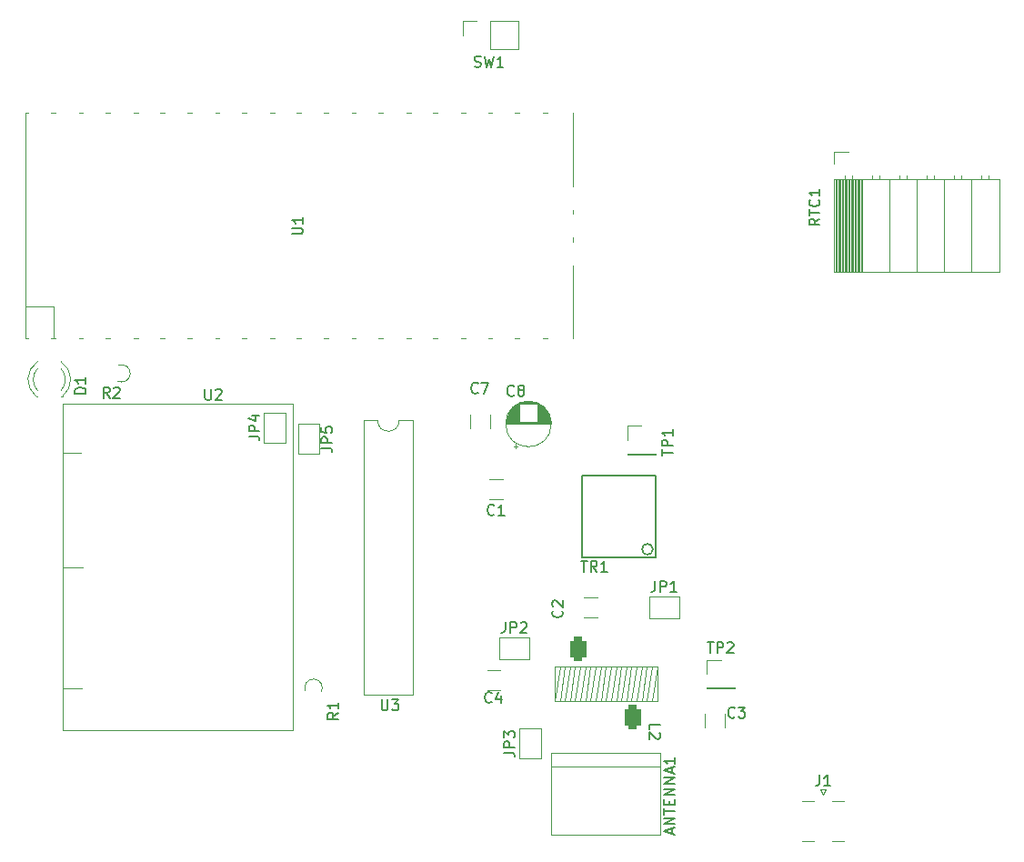
<source format=gbr>
%TF.GenerationSoftware,KiCad,Pcbnew,(7.0.0-rc2-19-gbcc1e28bab)*%
%TF.CreationDate,2023-01-26T23:12:17-08:00*%
%TF.ProjectId,Amplified-WSPR-Beacon-v3,416d706c-6966-4696-9564-2d575350522d,rev?*%
%TF.SameCoordinates,Original*%
%TF.FileFunction,Legend,Top*%
%TF.FilePolarity,Positive*%
%FSLAX46Y46*%
G04 Gerber Fmt 4.6, Leading zero omitted, Abs format (unit mm)*
G04 Created by KiCad (PCBNEW (7.0.0-rc2-19-gbcc1e28bab)) date 2023-01-26 23:12:17*
%MOMM*%
%LPD*%
G01*
G04 APERTURE LIST*
G04 Aperture macros list*
%AMRoundRect*
0 Rectangle with rounded corners*
0 $1 Rounding radius*
0 $2 $3 $4 $5 $6 $7 $8 $9 X,Y pos of 4 corners*
0 Add a 4 corners polygon primitive as box body*
4,1,4,$2,$3,$4,$5,$6,$7,$8,$9,$2,$3,0*
0 Add four circle primitives for the rounded corners*
1,1,$1+$1,$2,$3*
1,1,$1+$1,$4,$5*
1,1,$1+$1,$6,$7*
1,1,$1+$1,$8,$9*
0 Add four rect primitives between the rounded corners*
20,1,$1+$1,$2,$3,$4,$5,0*
20,1,$1+$1,$4,$5,$6,$7,0*
20,1,$1+$1,$6,$7,$8,$9,0*
20,1,$1+$1,$8,$9,$2,$3,0*%
%AMFreePoly0*
4,1,6,1.000000,0.000000,0.500000,-0.750000,-0.500000,-0.750000,-0.500000,0.750000,0.500000,0.750000,1.000000,0.000000,1.000000,0.000000,$1*%
%AMFreePoly1*
4,1,6,0.500000,-0.750000,-0.650000,-0.750000,-0.150000,0.000000,-0.650000,0.750000,0.500000,0.750000,0.500000,-0.750000,0.500000,-0.750000,$1*%
G04 Aperture macros list end*
%ADD10C,0.150000*%
%ADD11C,0.120000*%
%ADD12C,0.127000*%
%ADD13R,1.200000X1.200000*%
%ADD14C,1.200000*%
%ADD15R,1.270000X3.600000*%
%ADD16R,1.350000X4.200000*%
%ADD17FreePoly0,270.000000*%
%ADD18FreePoly1,270.000000*%
%ADD19R,1.800000X1.800000*%
%ADD20C,1.800000*%
%ADD21FreePoly0,0.000000*%
%ADD22FreePoly1,0.000000*%
%ADD23C,0.800000*%
%ADD24C,6.400000*%
%ADD25C,1.600000*%
%ADD26R,1.700000X1.700000*%
%ADD27R,1.778000X0.609600*%
%ADD28O,1.700000X1.700000*%
%ADD29O,1.800000X1.800000*%
%ADD30O,1.500000X1.500000*%
%ADD31R,1.700000X3.500000*%
%ADD32R,3.500000X1.700000*%
%ADD33R,3.000000X3.000000*%
%ADD34C,3.000000*%
%ADD35FreePoly0,90.000000*%
%ADD36FreePoly1,90.000000*%
%ADD37R,2.400000X1.600000*%
%ADD38O,2.400000X1.600000*%
%ADD39RoundRect,0.381000X-0.381000X0.762000X-0.381000X-0.762000X0.381000X-0.762000X0.381000X0.762000X0*%
%ADD40C,1.400000*%
%ADD41O,1.400000X1.400000*%
%ADD42FreePoly0,180.000000*%
%ADD43FreePoly1,180.000000*%
%ADD44C,3.200000*%
G04 APERTURE END LIST*
D10*
%TO.C,C8*%
X135493333Y-94532142D02*
X135445714Y-94579761D01*
X135445714Y-94579761D02*
X135302857Y-94627380D01*
X135302857Y-94627380D02*
X135207619Y-94627380D01*
X135207619Y-94627380D02*
X135064762Y-94579761D01*
X135064762Y-94579761D02*
X134969524Y-94484523D01*
X134969524Y-94484523D02*
X134921905Y-94389285D01*
X134921905Y-94389285D02*
X134874286Y-94198809D01*
X134874286Y-94198809D02*
X134874286Y-94055952D01*
X134874286Y-94055952D02*
X134921905Y-93865476D01*
X134921905Y-93865476D02*
X134969524Y-93770238D01*
X134969524Y-93770238D02*
X135064762Y-93675000D01*
X135064762Y-93675000D02*
X135207619Y-93627380D01*
X135207619Y-93627380D02*
X135302857Y-93627380D01*
X135302857Y-93627380D02*
X135445714Y-93675000D01*
X135445714Y-93675000D02*
X135493333Y-93722619D01*
X136064762Y-94055952D02*
X135969524Y-94008333D01*
X135969524Y-94008333D02*
X135921905Y-93960714D01*
X135921905Y-93960714D02*
X135874286Y-93865476D01*
X135874286Y-93865476D02*
X135874286Y-93817857D01*
X135874286Y-93817857D02*
X135921905Y-93722619D01*
X135921905Y-93722619D02*
X135969524Y-93675000D01*
X135969524Y-93675000D02*
X136064762Y-93627380D01*
X136064762Y-93627380D02*
X136255238Y-93627380D01*
X136255238Y-93627380D02*
X136350476Y-93675000D01*
X136350476Y-93675000D02*
X136398095Y-93722619D01*
X136398095Y-93722619D02*
X136445714Y-93817857D01*
X136445714Y-93817857D02*
X136445714Y-93865476D01*
X136445714Y-93865476D02*
X136398095Y-93960714D01*
X136398095Y-93960714D02*
X136350476Y-94008333D01*
X136350476Y-94008333D02*
X136255238Y-94055952D01*
X136255238Y-94055952D02*
X136064762Y-94055952D01*
X136064762Y-94055952D02*
X135969524Y-94103571D01*
X135969524Y-94103571D02*
X135921905Y-94151190D01*
X135921905Y-94151190D02*
X135874286Y-94246428D01*
X135874286Y-94246428D02*
X135874286Y-94436904D01*
X135874286Y-94436904D02*
X135921905Y-94532142D01*
X135921905Y-94532142D02*
X135969524Y-94579761D01*
X135969524Y-94579761D02*
X136064762Y-94627380D01*
X136064762Y-94627380D02*
X136255238Y-94627380D01*
X136255238Y-94627380D02*
X136350476Y-94579761D01*
X136350476Y-94579761D02*
X136398095Y-94532142D01*
X136398095Y-94532142D02*
X136445714Y-94436904D01*
X136445714Y-94436904D02*
X136445714Y-94246428D01*
X136445714Y-94246428D02*
X136398095Y-94151190D01*
X136398095Y-94151190D02*
X136350476Y-94103571D01*
X136350476Y-94103571D02*
X136255238Y-94055952D01*
%TO.C,J1*%
X163946666Y-129907380D02*
X163946666Y-130621666D01*
X163946666Y-130621666D02*
X163899047Y-130764523D01*
X163899047Y-130764523D02*
X163803809Y-130859761D01*
X163803809Y-130859761D02*
X163660952Y-130907380D01*
X163660952Y-130907380D02*
X163565714Y-130907380D01*
X164946666Y-130907380D02*
X164375238Y-130907380D01*
X164660952Y-130907380D02*
X164660952Y-129907380D01*
X164660952Y-129907380D02*
X164565714Y-130050238D01*
X164565714Y-130050238D02*
X164470476Y-130145476D01*
X164470476Y-130145476D02*
X164375238Y-130193095D01*
%TO.C,JP5*%
X117567380Y-99468333D02*
X118281666Y-99468333D01*
X118281666Y-99468333D02*
X118424523Y-99515952D01*
X118424523Y-99515952D02*
X118519761Y-99611190D01*
X118519761Y-99611190D02*
X118567380Y-99754047D01*
X118567380Y-99754047D02*
X118567380Y-99849285D01*
X118567380Y-98992142D02*
X117567380Y-98992142D01*
X117567380Y-98992142D02*
X117567380Y-98611190D01*
X117567380Y-98611190D02*
X117615000Y-98515952D01*
X117615000Y-98515952D02*
X117662619Y-98468333D01*
X117662619Y-98468333D02*
X117757857Y-98420714D01*
X117757857Y-98420714D02*
X117900714Y-98420714D01*
X117900714Y-98420714D02*
X117995952Y-98468333D01*
X117995952Y-98468333D02*
X118043571Y-98515952D01*
X118043571Y-98515952D02*
X118091190Y-98611190D01*
X118091190Y-98611190D02*
X118091190Y-98992142D01*
X117567380Y-97515952D02*
X117567380Y-97992142D01*
X117567380Y-97992142D02*
X118043571Y-98039761D01*
X118043571Y-98039761D02*
X117995952Y-97992142D01*
X117995952Y-97992142D02*
X117948333Y-97896904D01*
X117948333Y-97896904D02*
X117948333Y-97658809D01*
X117948333Y-97658809D02*
X117995952Y-97563571D01*
X117995952Y-97563571D02*
X118043571Y-97515952D01*
X118043571Y-97515952D02*
X118138809Y-97468333D01*
X118138809Y-97468333D02*
X118376904Y-97468333D01*
X118376904Y-97468333D02*
X118472142Y-97515952D01*
X118472142Y-97515952D02*
X118519761Y-97563571D01*
X118519761Y-97563571D02*
X118567380Y-97658809D01*
X118567380Y-97658809D02*
X118567380Y-97896904D01*
X118567380Y-97896904D02*
X118519761Y-97992142D01*
X118519761Y-97992142D02*
X118472142Y-98039761D01*
%TO.C,D1*%
X95627380Y-94388094D02*
X94627380Y-94388094D01*
X94627380Y-94388094D02*
X94627380Y-94149999D01*
X94627380Y-94149999D02*
X94675000Y-94007142D01*
X94675000Y-94007142D02*
X94770238Y-93911904D01*
X94770238Y-93911904D02*
X94865476Y-93864285D01*
X94865476Y-93864285D02*
X95055952Y-93816666D01*
X95055952Y-93816666D02*
X95198809Y-93816666D01*
X95198809Y-93816666D02*
X95389285Y-93864285D01*
X95389285Y-93864285D02*
X95484523Y-93911904D01*
X95484523Y-93911904D02*
X95579761Y-94007142D01*
X95579761Y-94007142D02*
X95627380Y-94149999D01*
X95627380Y-94149999D02*
X95627380Y-94388094D01*
X95627380Y-92864285D02*
X95627380Y-93435713D01*
X95627380Y-93149999D02*
X94627380Y-93149999D01*
X94627380Y-93149999D02*
X94770238Y-93245237D01*
X94770238Y-93245237D02*
X94865476Y-93340475D01*
X94865476Y-93340475D02*
X94913095Y-93435713D01*
%TO.C,JP2*%
X134706666Y-115657380D02*
X134706666Y-116371666D01*
X134706666Y-116371666D02*
X134659047Y-116514523D01*
X134659047Y-116514523D02*
X134563809Y-116609761D01*
X134563809Y-116609761D02*
X134420952Y-116657380D01*
X134420952Y-116657380D02*
X134325714Y-116657380D01*
X135182857Y-116657380D02*
X135182857Y-115657380D01*
X135182857Y-115657380D02*
X135563809Y-115657380D01*
X135563809Y-115657380D02*
X135659047Y-115705000D01*
X135659047Y-115705000D02*
X135706666Y-115752619D01*
X135706666Y-115752619D02*
X135754285Y-115847857D01*
X135754285Y-115847857D02*
X135754285Y-115990714D01*
X135754285Y-115990714D02*
X135706666Y-116085952D01*
X135706666Y-116085952D02*
X135659047Y-116133571D01*
X135659047Y-116133571D02*
X135563809Y-116181190D01*
X135563809Y-116181190D02*
X135182857Y-116181190D01*
X136135238Y-115752619D02*
X136182857Y-115705000D01*
X136182857Y-115705000D02*
X136278095Y-115657380D01*
X136278095Y-115657380D02*
X136516190Y-115657380D01*
X136516190Y-115657380D02*
X136611428Y-115705000D01*
X136611428Y-115705000D02*
X136659047Y-115752619D01*
X136659047Y-115752619D02*
X136706666Y-115847857D01*
X136706666Y-115847857D02*
X136706666Y-115943095D01*
X136706666Y-115943095D02*
X136659047Y-116085952D01*
X136659047Y-116085952D02*
X136087619Y-116657380D01*
X136087619Y-116657380D02*
X136706666Y-116657380D01*
%TO.C,U2*%
X106728095Y-93977380D02*
X106728095Y-94786904D01*
X106728095Y-94786904D02*
X106775714Y-94882142D01*
X106775714Y-94882142D02*
X106823333Y-94929761D01*
X106823333Y-94929761D02*
X106918571Y-94977380D01*
X106918571Y-94977380D02*
X107109047Y-94977380D01*
X107109047Y-94977380D02*
X107204285Y-94929761D01*
X107204285Y-94929761D02*
X107251904Y-94882142D01*
X107251904Y-94882142D02*
X107299523Y-94786904D01*
X107299523Y-94786904D02*
X107299523Y-93977380D01*
X107728095Y-94072619D02*
X107775714Y-94025000D01*
X107775714Y-94025000D02*
X107870952Y-93977380D01*
X107870952Y-93977380D02*
X108109047Y-93977380D01*
X108109047Y-93977380D02*
X108204285Y-94025000D01*
X108204285Y-94025000D02*
X108251904Y-94072619D01*
X108251904Y-94072619D02*
X108299523Y-94167857D01*
X108299523Y-94167857D02*
X108299523Y-94263095D01*
X108299523Y-94263095D02*
X108251904Y-94405952D01*
X108251904Y-94405952D02*
X107680476Y-94977380D01*
X107680476Y-94977380D02*
X108299523Y-94977380D01*
%TO.C,C3*%
X156063333Y-124502142D02*
X156015714Y-124549761D01*
X156015714Y-124549761D02*
X155872857Y-124597380D01*
X155872857Y-124597380D02*
X155777619Y-124597380D01*
X155777619Y-124597380D02*
X155634762Y-124549761D01*
X155634762Y-124549761D02*
X155539524Y-124454523D01*
X155539524Y-124454523D02*
X155491905Y-124359285D01*
X155491905Y-124359285D02*
X155444286Y-124168809D01*
X155444286Y-124168809D02*
X155444286Y-124025952D01*
X155444286Y-124025952D02*
X155491905Y-123835476D01*
X155491905Y-123835476D02*
X155539524Y-123740238D01*
X155539524Y-123740238D02*
X155634762Y-123645000D01*
X155634762Y-123645000D02*
X155777619Y-123597380D01*
X155777619Y-123597380D02*
X155872857Y-123597380D01*
X155872857Y-123597380D02*
X156015714Y-123645000D01*
X156015714Y-123645000D02*
X156063333Y-123692619D01*
X156396667Y-123597380D02*
X157015714Y-123597380D01*
X157015714Y-123597380D02*
X156682381Y-123978333D01*
X156682381Y-123978333D02*
X156825238Y-123978333D01*
X156825238Y-123978333D02*
X156920476Y-124025952D01*
X156920476Y-124025952D02*
X156968095Y-124073571D01*
X156968095Y-124073571D02*
X157015714Y-124168809D01*
X157015714Y-124168809D02*
X157015714Y-124406904D01*
X157015714Y-124406904D02*
X156968095Y-124502142D01*
X156968095Y-124502142D02*
X156920476Y-124549761D01*
X156920476Y-124549761D02*
X156825238Y-124597380D01*
X156825238Y-124597380D02*
X156539524Y-124597380D01*
X156539524Y-124597380D02*
X156444286Y-124549761D01*
X156444286Y-124549761D02*
X156396667Y-124502142D01*
%TO.C,TP1*%
X149267380Y-100171904D02*
X149267380Y-99600476D01*
X150267380Y-99886190D02*
X149267380Y-99886190D01*
X150267380Y-99267142D02*
X149267380Y-99267142D01*
X149267380Y-99267142D02*
X149267380Y-98886190D01*
X149267380Y-98886190D02*
X149315000Y-98790952D01*
X149315000Y-98790952D02*
X149362619Y-98743333D01*
X149362619Y-98743333D02*
X149457857Y-98695714D01*
X149457857Y-98695714D02*
X149600714Y-98695714D01*
X149600714Y-98695714D02*
X149695952Y-98743333D01*
X149695952Y-98743333D02*
X149743571Y-98790952D01*
X149743571Y-98790952D02*
X149791190Y-98886190D01*
X149791190Y-98886190D02*
X149791190Y-99267142D01*
X150267380Y-97743333D02*
X150267380Y-98314761D01*
X150267380Y-98029047D02*
X149267380Y-98029047D01*
X149267380Y-98029047D02*
X149410238Y-98124285D01*
X149410238Y-98124285D02*
X149505476Y-98219523D01*
X149505476Y-98219523D02*
X149553095Y-98314761D01*
%TO.C,TR1*%
X141748095Y-109977380D02*
X142319523Y-109977380D01*
X142033809Y-110977380D02*
X142033809Y-109977380D01*
X143224285Y-110977380D02*
X142890952Y-110501190D01*
X142652857Y-110977380D02*
X142652857Y-109977380D01*
X142652857Y-109977380D02*
X143033809Y-109977380D01*
X143033809Y-109977380D02*
X143129047Y-110025000D01*
X143129047Y-110025000D02*
X143176666Y-110072619D01*
X143176666Y-110072619D02*
X143224285Y-110167857D01*
X143224285Y-110167857D02*
X143224285Y-110310714D01*
X143224285Y-110310714D02*
X143176666Y-110405952D01*
X143176666Y-110405952D02*
X143129047Y-110453571D01*
X143129047Y-110453571D02*
X143033809Y-110501190D01*
X143033809Y-110501190D02*
X142652857Y-110501190D01*
X144176666Y-110977380D02*
X143605238Y-110977380D01*
X143890952Y-110977380D02*
X143890952Y-109977380D01*
X143890952Y-109977380D02*
X143795714Y-110120238D01*
X143795714Y-110120238D02*
X143700476Y-110215476D01*
X143700476Y-110215476D02*
X143605238Y-110263095D01*
%TO.C,TP2*%
X153508095Y-117547380D02*
X154079523Y-117547380D01*
X153793809Y-118547380D02*
X153793809Y-117547380D01*
X154412857Y-118547380D02*
X154412857Y-117547380D01*
X154412857Y-117547380D02*
X154793809Y-117547380D01*
X154793809Y-117547380D02*
X154889047Y-117595000D01*
X154889047Y-117595000D02*
X154936666Y-117642619D01*
X154936666Y-117642619D02*
X154984285Y-117737857D01*
X154984285Y-117737857D02*
X154984285Y-117880714D01*
X154984285Y-117880714D02*
X154936666Y-117975952D01*
X154936666Y-117975952D02*
X154889047Y-118023571D01*
X154889047Y-118023571D02*
X154793809Y-118071190D01*
X154793809Y-118071190D02*
X154412857Y-118071190D01*
X155365238Y-117642619D02*
X155412857Y-117595000D01*
X155412857Y-117595000D02*
X155508095Y-117547380D01*
X155508095Y-117547380D02*
X155746190Y-117547380D01*
X155746190Y-117547380D02*
X155841428Y-117595000D01*
X155841428Y-117595000D02*
X155889047Y-117642619D01*
X155889047Y-117642619D02*
X155936666Y-117737857D01*
X155936666Y-117737857D02*
X155936666Y-117833095D01*
X155936666Y-117833095D02*
X155889047Y-117975952D01*
X155889047Y-117975952D02*
X155317619Y-118547380D01*
X155317619Y-118547380D02*
X155936666Y-118547380D01*
%TO.C,C7*%
X132143333Y-94282142D02*
X132095714Y-94329761D01*
X132095714Y-94329761D02*
X131952857Y-94377380D01*
X131952857Y-94377380D02*
X131857619Y-94377380D01*
X131857619Y-94377380D02*
X131714762Y-94329761D01*
X131714762Y-94329761D02*
X131619524Y-94234523D01*
X131619524Y-94234523D02*
X131571905Y-94139285D01*
X131571905Y-94139285D02*
X131524286Y-93948809D01*
X131524286Y-93948809D02*
X131524286Y-93805952D01*
X131524286Y-93805952D02*
X131571905Y-93615476D01*
X131571905Y-93615476D02*
X131619524Y-93520238D01*
X131619524Y-93520238D02*
X131714762Y-93425000D01*
X131714762Y-93425000D02*
X131857619Y-93377380D01*
X131857619Y-93377380D02*
X131952857Y-93377380D01*
X131952857Y-93377380D02*
X132095714Y-93425000D01*
X132095714Y-93425000D02*
X132143333Y-93472619D01*
X132476667Y-93377380D02*
X133143333Y-93377380D01*
X133143333Y-93377380D02*
X132714762Y-94377380D01*
%TO.C,SW1*%
X131836667Y-63939761D02*
X131979524Y-63987380D01*
X131979524Y-63987380D02*
X132217619Y-63987380D01*
X132217619Y-63987380D02*
X132312857Y-63939761D01*
X132312857Y-63939761D02*
X132360476Y-63892142D01*
X132360476Y-63892142D02*
X132408095Y-63796904D01*
X132408095Y-63796904D02*
X132408095Y-63701666D01*
X132408095Y-63701666D02*
X132360476Y-63606428D01*
X132360476Y-63606428D02*
X132312857Y-63558809D01*
X132312857Y-63558809D02*
X132217619Y-63511190D01*
X132217619Y-63511190D02*
X132027143Y-63463571D01*
X132027143Y-63463571D02*
X131931905Y-63415952D01*
X131931905Y-63415952D02*
X131884286Y-63368333D01*
X131884286Y-63368333D02*
X131836667Y-63273095D01*
X131836667Y-63273095D02*
X131836667Y-63177857D01*
X131836667Y-63177857D02*
X131884286Y-63082619D01*
X131884286Y-63082619D02*
X131931905Y-63035000D01*
X131931905Y-63035000D02*
X132027143Y-62987380D01*
X132027143Y-62987380D02*
X132265238Y-62987380D01*
X132265238Y-62987380D02*
X132408095Y-63035000D01*
X132741429Y-62987380D02*
X132979524Y-63987380D01*
X132979524Y-63987380D02*
X133170000Y-63273095D01*
X133170000Y-63273095D02*
X133360476Y-63987380D01*
X133360476Y-63987380D02*
X133598572Y-62987380D01*
X134503333Y-63987380D02*
X133931905Y-63987380D01*
X134217619Y-63987380D02*
X134217619Y-62987380D01*
X134217619Y-62987380D02*
X134122381Y-63130238D01*
X134122381Y-63130238D02*
X134027143Y-63225476D01*
X134027143Y-63225476D02*
X133931905Y-63273095D01*
%TO.C,RTC1*%
X163974380Y-78111619D02*
X163498190Y-78444952D01*
X163974380Y-78683047D02*
X162974380Y-78683047D01*
X162974380Y-78683047D02*
X162974380Y-78302095D01*
X162974380Y-78302095D02*
X163022000Y-78206857D01*
X163022000Y-78206857D02*
X163069619Y-78159238D01*
X163069619Y-78159238D02*
X163164857Y-78111619D01*
X163164857Y-78111619D02*
X163307714Y-78111619D01*
X163307714Y-78111619D02*
X163402952Y-78159238D01*
X163402952Y-78159238D02*
X163450571Y-78206857D01*
X163450571Y-78206857D02*
X163498190Y-78302095D01*
X163498190Y-78302095D02*
X163498190Y-78683047D01*
X162974380Y-77825904D02*
X162974380Y-77254476D01*
X163974380Y-77540190D02*
X162974380Y-77540190D01*
X163879142Y-76349714D02*
X163926761Y-76397333D01*
X163926761Y-76397333D02*
X163974380Y-76540190D01*
X163974380Y-76540190D02*
X163974380Y-76635428D01*
X163974380Y-76635428D02*
X163926761Y-76778285D01*
X163926761Y-76778285D02*
X163831523Y-76873523D01*
X163831523Y-76873523D02*
X163736285Y-76921142D01*
X163736285Y-76921142D02*
X163545809Y-76968761D01*
X163545809Y-76968761D02*
X163402952Y-76968761D01*
X163402952Y-76968761D02*
X163212476Y-76921142D01*
X163212476Y-76921142D02*
X163117238Y-76873523D01*
X163117238Y-76873523D02*
X163022000Y-76778285D01*
X163022000Y-76778285D02*
X162974380Y-76635428D01*
X162974380Y-76635428D02*
X162974380Y-76540190D01*
X162974380Y-76540190D02*
X163022000Y-76397333D01*
X163022000Y-76397333D02*
X163069619Y-76349714D01*
X163974380Y-75397333D02*
X163974380Y-75968761D01*
X163974380Y-75683047D02*
X162974380Y-75683047D01*
X162974380Y-75683047D02*
X163117238Y-75778285D01*
X163117238Y-75778285D02*
X163212476Y-75873523D01*
X163212476Y-75873523D02*
X163260095Y-75968761D01*
%TO.C,U1*%
X114848380Y-79535904D02*
X115657904Y-79535904D01*
X115657904Y-79535904D02*
X115753142Y-79488285D01*
X115753142Y-79488285D02*
X115800761Y-79440666D01*
X115800761Y-79440666D02*
X115848380Y-79345428D01*
X115848380Y-79345428D02*
X115848380Y-79154952D01*
X115848380Y-79154952D02*
X115800761Y-79059714D01*
X115800761Y-79059714D02*
X115753142Y-79012095D01*
X115753142Y-79012095D02*
X115657904Y-78964476D01*
X115657904Y-78964476D02*
X114848380Y-78964476D01*
X115848380Y-77964476D02*
X115848380Y-78535904D01*
X115848380Y-78250190D02*
X114848380Y-78250190D01*
X114848380Y-78250190D02*
X114991238Y-78345428D01*
X114991238Y-78345428D02*
X115086476Y-78440666D01*
X115086476Y-78440666D02*
X115134095Y-78535904D01*
%TO.C,C4*%
X133413333Y-123092142D02*
X133365714Y-123139761D01*
X133365714Y-123139761D02*
X133222857Y-123187380D01*
X133222857Y-123187380D02*
X133127619Y-123187380D01*
X133127619Y-123187380D02*
X132984762Y-123139761D01*
X132984762Y-123139761D02*
X132889524Y-123044523D01*
X132889524Y-123044523D02*
X132841905Y-122949285D01*
X132841905Y-122949285D02*
X132794286Y-122758809D01*
X132794286Y-122758809D02*
X132794286Y-122615952D01*
X132794286Y-122615952D02*
X132841905Y-122425476D01*
X132841905Y-122425476D02*
X132889524Y-122330238D01*
X132889524Y-122330238D02*
X132984762Y-122235000D01*
X132984762Y-122235000D02*
X133127619Y-122187380D01*
X133127619Y-122187380D02*
X133222857Y-122187380D01*
X133222857Y-122187380D02*
X133365714Y-122235000D01*
X133365714Y-122235000D02*
X133413333Y-122282619D01*
X134270476Y-122520714D02*
X134270476Y-123187380D01*
X134032381Y-122139761D02*
X133794286Y-122854047D01*
X133794286Y-122854047D02*
X134413333Y-122854047D01*
%TO.C,ANTENNA1*%
X150211666Y-135387618D02*
X150211666Y-134911428D01*
X150497380Y-135482856D02*
X149497380Y-135149523D01*
X149497380Y-135149523D02*
X150497380Y-134816190D01*
X150497380Y-134482856D02*
X149497380Y-134482856D01*
X149497380Y-134482856D02*
X150497380Y-133911428D01*
X150497380Y-133911428D02*
X149497380Y-133911428D01*
X149497380Y-133578094D02*
X149497380Y-133006666D01*
X150497380Y-133292380D02*
X149497380Y-133292380D01*
X149973571Y-132673332D02*
X149973571Y-132339999D01*
X150497380Y-132197142D02*
X150497380Y-132673332D01*
X150497380Y-132673332D02*
X149497380Y-132673332D01*
X149497380Y-132673332D02*
X149497380Y-132197142D01*
X150497380Y-131768570D02*
X149497380Y-131768570D01*
X149497380Y-131768570D02*
X150497380Y-131197142D01*
X150497380Y-131197142D02*
X149497380Y-131197142D01*
X150497380Y-130720951D02*
X149497380Y-130720951D01*
X149497380Y-130720951D02*
X150497380Y-130149523D01*
X150497380Y-130149523D02*
X149497380Y-130149523D01*
X150211666Y-129720951D02*
X150211666Y-129244761D01*
X150497380Y-129816189D02*
X149497380Y-129482856D01*
X149497380Y-129482856D02*
X150497380Y-129149523D01*
X150497380Y-128292380D02*
X150497380Y-128863808D01*
X150497380Y-128578094D02*
X149497380Y-128578094D01*
X149497380Y-128578094D02*
X149640238Y-128673332D01*
X149640238Y-128673332D02*
X149735476Y-128768570D01*
X149735476Y-128768570D02*
X149783095Y-128863808D01*
%TO.C,JP3*%
X134557380Y-127828333D02*
X135271666Y-127828333D01*
X135271666Y-127828333D02*
X135414523Y-127875952D01*
X135414523Y-127875952D02*
X135509761Y-127971190D01*
X135509761Y-127971190D02*
X135557380Y-128114047D01*
X135557380Y-128114047D02*
X135557380Y-128209285D01*
X135557380Y-127352142D02*
X134557380Y-127352142D01*
X134557380Y-127352142D02*
X134557380Y-126971190D01*
X134557380Y-126971190D02*
X134605000Y-126875952D01*
X134605000Y-126875952D02*
X134652619Y-126828333D01*
X134652619Y-126828333D02*
X134747857Y-126780714D01*
X134747857Y-126780714D02*
X134890714Y-126780714D01*
X134890714Y-126780714D02*
X134985952Y-126828333D01*
X134985952Y-126828333D02*
X135033571Y-126875952D01*
X135033571Y-126875952D02*
X135081190Y-126971190D01*
X135081190Y-126971190D02*
X135081190Y-127352142D01*
X134557380Y-126447380D02*
X134557380Y-125828333D01*
X134557380Y-125828333D02*
X134938333Y-126161666D01*
X134938333Y-126161666D02*
X134938333Y-126018809D01*
X134938333Y-126018809D02*
X134985952Y-125923571D01*
X134985952Y-125923571D02*
X135033571Y-125875952D01*
X135033571Y-125875952D02*
X135128809Y-125828333D01*
X135128809Y-125828333D02*
X135366904Y-125828333D01*
X135366904Y-125828333D02*
X135462142Y-125875952D01*
X135462142Y-125875952D02*
X135509761Y-125923571D01*
X135509761Y-125923571D02*
X135557380Y-126018809D01*
X135557380Y-126018809D02*
X135557380Y-126304523D01*
X135557380Y-126304523D02*
X135509761Y-126399761D01*
X135509761Y-126399761D02*
X135462142Y-126447380D01*
%TO.C,U3*%
X123188095Y-122887380D02*
X123188095Y-123696904D01*
X123188095Y-123696904D02*
X123235714Y-123792142D01*
X123235714Y-123792142D02*
X123283333Y-123839761D01*
X123283333Y-123839761D02*
X123378571Y-123887380D01*
X123378571Y-123887380D02*
X123569047Y-123887380D01*
X123569047Y-123887380D02*
X123664285Y-123839761D01*
X123664285Y-123839761D02*
X123711904Y-123792142D01*
X123711904Y-123792142D02*
X123759523Y-123696904D01*
X123759523Y-123696904D02*
X123759523Y-122887380D01*
X124140476Y-122887380D02*
X124759523Y-122887380D01*
X124759523Y-122887380D02*
X124426190Y-123268333D01*
X124426190Y-123268333D02*
X124569047Y-123268333D01*
X124569047Y-123268333D02*
X124664285Y-123315952D01*
X124664285Y-123315952D02*
X124711904Y-123363571D01*
X124711904Y-123363571D02*
X124759523Y-123458809D01*
X124759523Y-123458809D02*
X124759523Y-123696904D01*
X124759523Y-123696904D02*
X124711904Y-123792142D01*
X124711904Y-123792142D02*
X124664285Y-123839761D01*
X124664285Y-123839761D02*
X124569047Y-123887380D01*
X124569047Y-123887380D02*
X124283333Y-123887380D01*
X124283333Y-123887380D02*
X124188095Y-123839761D01*
X124188095Y-123839761D02*
X124140476Y-123792142D01*
%TO.C,L2*%
X148137619Y-125693333D02*
X148137619Y-125217143D01*
X148137619Y-125217143D02*
X149137619Y-125217143D01*
X149042380Y-125979048D02*
X149090000Y-126026667D01*
X149090000Y-126026667D02*
X149137619Y-126121905D01*
X149137619Y-126121905D02*
X149137619Y-126360000D01*
X149137619Y-126360000D02*
X149090000Y-126455238D01*
X149090000Y-126455238D02*
X149042380Y-126502857D01*
X149042380Y-126502857D02*
X148947142Y-126550476D01*
X148947142Y-126550476D02*
X148851904Y-126550476D01*
X148851904Y-126550476D02*
X148709047Y-126502857D01*
X148709047Y-126502857D02*
X148137619Y-125931429D01*
X148137619Y-125931429D02*
X148137619Y-126550476D01*
%TO.C,JP4*%
X110807380Y-98378333D02*
X111521666Y-98378333D01*
X111521666Y-98378333D02*
X111664523Y-98425952D01*
X111664523Y-98425952D02*
X111759761Y-98521190D01*
X111759761Y-98521190D02*
X111807380Y-98664047D01*
X111807380Y-98664047D02*
X111807380Y-98759285D01*
X111807380Y-97902142D02*
X110807380Y-97902142D01*
X110807380Y-97902142D02*
X110807380Y-97521190D01*
X110807380Y-97521190D02*
X110855000Y-97425952D01*
X110855000Y-97425952D02*
X110902619Y-97378333D01*
X110902619Y-97378333D02*
X110997857Y-97330714D01*
X110997857Y-97330714D02*
X111140714Y-97330714D01*
X111140714Y-97330714D02*
X111235952Y-97378333D01*
X111235952Y-97378333D02*
X111283571Y-97425952D01*
X111283571Y-97425952D02*
X111331190Y-97521190D01*
X111331190Y-97521190D02*
X111331190Y-97902142D01*
X111140714Y-96473571D02*
X111807380Y-96473571D01*
X110759761Y-96711666D02*
X111474047Y-96949761D01*
X111474047Y-96949761D02*
X111474047Y-96330714D01*
%TO.C,C1*%
X133663333Y-105632142D02*
X133615714Y-105679761D01*
X133615714Y-105679761D02*
X133472857Y-105727380D01*
X133472857Y-105727380D02*
X133377619Y-105727380D01*
X133377619Y-105727380D02*
X133234762Y-105679761D01*
X133234762Y-105679761D02*
X133139524Y-105584523D01*
X133139524Y-105584523D02*
X133091905Y-105489285D01*
X133091905Y-105489285D02*
X133044286Y-105298809D01*
X133044286Y-105298809D02*
X133044286Y-105155952D01*
X133044286Y-105155952D02*
X133091905Y-104965476D01*
X133091905Y-104965476D02*
X133139524Y-104870238D01*
X133139524Y-104870238D02*
X133234762Y-104775000D01*
X133234762Y-104775000D02*
X133377619Y-104727380D01*
X133377619Y-104727380D02*
X133472857Y-104727380D01*
X133472857Y-104727380D02*
X133615714Y-104775000D01*
X133615714Y-104775000D02*
X133663333Y-104822619D01*
X134615714Y-105727380D02*
X134044286Y-105727380D01*
X134330000Y-105727380D02*
X134330000Y-104727380D01*
X134330000Y-104727380D02*
X134234762Y-104870238D01*
X134234762Y-104870238D02*
X134139524Y-104965476D01*
X134139524Y-104965476D02*
X134044286Y-105013095D01*
%TO.C,R1*%
X119127380Y-124118666D02*
X118651190Y-124451999D01*
X119127380Y-124690094D02*
X118127380Y-124690094D01*
X118127380Y-124690094D02*
X118127380Y-124309142D01*
X118127380Y-124309142D02*
X118175000Y-124213904D01*
X118175000Y-124213904D02*
X118222619Y-124166285D01*
X118222619Y-124166285D02*
X118317857Y-124118666D01*
X118317857Y-124118666D02*
X118460714Y-124118666D01*
X118460714Y-124118666D02*
X118555952Y-124166285D01*
X118555952Y-124166285D02*
X118603571Y-124213904D01*
X118603571Y-124213904D02*
X118651190Y-124309142D01*
X118651190Y-124309142D02*
X118651190Y-124690094D01*
X119127380Y-123166285D02*
X119127380Y-123737713D01*
X119127380Y-123451999D02*
X118127380Y-123451999D01*
X118127380Y-123451999D02*
X118270238Y-123547237D01*
X118270238Y-123547237D02*
X118365476Y-123642475D01*
X118365476Y-123642475D02*
X118413095Y-123737713D01*
%TO.C,C2*%
X139952142Y-114616666D02*
X139999761Y-114664285D01*
X139999761Y-114664285D02*
X140047380Y-114807142D01*
X140047380Y-114807142D02*
X140047380Y-114902380D01*
X140047380Y-114902380D02*
X139999761Y-115045237D01*
X139999761Y-115045237D02*
X139904523Y-115140475D01*
X139904523Y-115140475D02*
X139809285Y-115188094D01*
X139809285Y-115188094D02*
X139618809Y-115235713D01*
X139618809Y-115235713D02*
X139475952Y-115235713D01*
X139475952Y-115235713D02*
X139285476Y-115188094D01*
X139285476Y-115188094D02*
X139190238Y-115140475D01*
X139190238Y-115140475D02*
X139095000Y-115045237D01*
X139095000Y-115045237D02*
X139047380Y-114902380D01*
X139047380Y-114902380D02*
X139047380Y-114807142D01*
X139047380Y-114807142D02*
X139095000Y-114664285D01*
X139095000Y-114664285D02*
X139142619Y-114616666D01*
X139142619Y-114235713D02*
X139095000Y-114188094D01*
X139095000Y-114188094D02*
X139047380Y-114092856D01*
X139047380Y-114092856D02*
X139047380Y-113854761D01*
X139047380Y-113854761D02*
X139095000Y-113759523D01*
X139095000Y-113759523D02*
X139142619Y-113711904D01*
X139142619Y-113711904D02*
X139237857Y-113664285D01*
X139237857Y-113664285D02*
X139333095Y-113664285D01*
X139333095Y-113664285D02*
X139475952Y-113711904D01*
X139475952Y-113711904D02*
X140047380Y-114283332D01*
X140047380Y-114283332D02*
X140047380Y-113664285D01*
%TO.C,R2*%
X97853333Y-94797380D02*
X97520000Y-94321190D01*
X97281905Y-94797380D02*
X97281905Y-93797380D01*
X97281905Y-93797380D02*
X97662857Y-93797380D01*
X97662857Y-93797380D02*
X97758095Y-93845000D01*
X97758095Y-93845000D02*
X97805714Y-93892619D01*
X97805714Y-93892619D02*
X97853333Y-93987857D01*
X97853333Y-93987857D02*
X97853333Y-94130714D01*
X97853333Y-94130714D02*
X97805714Y-94225952D01*
X97805714Y-94225952D02*
X97758095Y-94273571D01*
X97758095Y-94273571D02*
X97662857Y-94321190D01*
X97662857Y-94321190D02*
X97281905Y-94321190D01*
X98234286Y-93892619D02*
X98281905Y-93845000D01*
X98281905Y-93845000D02*
X98377143Y-93797380D01*
X98377143Y-93797380D02*
X98615238Y-93797380D01*
X98615238Y-93797380D02*
X98710476Y-93845000D01*
X98710476Y-93845000D02*
X98758095Y-93892619D01*
X98758095Y-93892619D02*
X98805714Y-93987857D01*
X98805714Y-93987857D02*
X98805714Y-94083095D01*
X98805714Y-94083095D02*
X98758095Y-94225952D01*
X98758095Y-94225952D02*
X98186667Y-94797380D01*
X98186667Y-94797380D02*
X98805714Y-94797380D01*
%TO.C,JP1*%
X148636666Y-111857380D02*
X148636666Y-112571666D01*
X148636666Y-112571666D02*
X148589047Y-112714523D01*
X148589047Y-112714523D02*
X148493809Y-112809761D01*
X148493809Y-112809761D02*
X148350952Y-112857380D01*
X148350952Y-112857380D02*
X148255714Y-112857380D01*
X149112857Y-112857380D02*
X149112857Y-111857380D01*
X149112857Y-111857380D02*
X149493809Y-111857380D01*
X149493809Y-111857380D02*
X149589047Y-111905000D01*
X149589047Y-111905000D02*
X149636666Y-111952619D01*
X149636666Y-111952619D02*
X149684285Y-112047857D01*
X149684285Y-112047857D02*
X149684285Y-112190714D01*
X149684285Y-112190714D02*
X149636666Y-112285952D01*
X149636666Y-112285952D02*
X149589047Y-112333571D01*
X149589047Y-112333571D02*
X149493809Y-112381190D01*
X149493809Y-112381190D02*
X149112857Y-112381190D01*
X150636666Y-112857380D02*
X150065238Y-112857380D01*
X150350952Y-112857380D02*
X150350952Y-111857380D01*
X150350952Y-111857380D02*
X150255714Y-112000238D01*
X150255714Y-112000238D02*
X150160476Y-112095476D01*
X150160476Y-112095476D02*
X150065238Y-112143095D01*
D11*
%TO.C,C8*%
X135655000Y-99492401D02*
X135655000Y-99092401D01*
X135455000Y-99292401D02*
X135855000Y-99292401D01*
X134770000Y-97222600D02*
X138930000Y-97222600D01*
X134770000Y-97182600D02*
X138930000Y-97182600D01*
X134771000Y-97142600D02*
X138929000Y-97142600D01*
X134773000Y-97102600D02*
X138927000Y-97102600D01*
X134776000Y-97062600D02*
X138924000Y-97062600D01*
X134779000Y-97022600D02*
X136010000Y-97022600D01*
X137690000Y-97022600D02*
X138921000Y-97022600D01*
X134783000Y-96982600D02*
X136010000Y-96982600D01*
X137690000Y-96982600D02*
X138917000Y-96982600D01*
X134788000Y-96942600D02*
X136010000Y-96942600D01*
X137690000Y-96942600D02*
X138912000Y-96942600D01*
X134794000Y-96902600D02*
X136010000Y-96902600D01*
X137690000Y-96902600D02*
X138906000Y-96902600D01*
X134800000Y-96862600D02*
X136010000Y-96862600D01*
X137690000Y-96862600D02*
X138900000Y-96862600D01*
X134808000Y-96822600D02*
X136010000Y-96822600D01*
X137690000Y-96822600D02*
X138892000Y-96822600D01*
X134816000Y-96782600D02*
X136010000Y-96782600D01*
X137690000Y-96782600D02*
X138884000Y-96782600D01*
X134825000Y-96742600D02*
X136010000Y-96742600D01*
X137690000Y-96742600D02*
X138875000Y-96742600D01*
X134834000Y-96702600D02*
X136010000Y-96702600D01*
X137690000Y-96702600D02*
X138866000Y-96702600D01*
X134845000Y-96662600D02*
X136010000Y-96662600D01*
X137690000Y-96662600D02*
X138855000Y-96662600D01*
X134856000Y-96622600D02*
X136010000Y-96622600D01*
X137690000Y-96622600D02*
X138844000Y-96622600D01*
X134868000Y-96582600D02*
X136010000Y-96582600D01*
X137690000Y-96582600D02*
X138832000Y-96582600D01*
X134882000Y-96542600D02*
X136010000Y-96542600D01*
X137690000Y-96542600D02*
X138818000Y-96542600D01*
X134896000Y-96501600D02*
X136010000Y-96501600D01*
X137690000Y-96501600D02*
X138804000Y-96501600D01*
X134910000Y-96461600D02*
X136010000Y-96461600D01*
X137690000Y-96461600D02*
X138790000Y-96461600D01*
X134926000Y-96421600D02*
X136010000Y-96421600D01*
X137690000Y-96421600D02*
X138774000Y-96421600D01*
X134943000Y-96381600D02*
X136010000Y-96381600D01*
X137690000Y-96381600D02*
X138757000Y-96381600D01*
X134961000Y-96341600D02*
X136010000Y-96341600D01*
X137690000Y-96341600D02*
X138739000Y-96341600D01*
X134980000Y-96301600D02*
X136010000Y-96301600D01*
X137690000Y-96301600D02*
X138720000Y-96301600D01*
X134999000Y-96261600D02*
X136010000Y-96261600D01*
X137690000Y-96261600D02*
X138701000Y-96261600D01*
X135020000Y-96221600D02*
X136010000Y-96221600D01*
X137690000Y-96221600D02*
X138680000Y-96221600D01*
X135042000Y-96181600D02*
X136010000Y-96181600D01*
X137690000Y-96181600D02*
X138658000Y-96181600D01*
X135065000Y-96141600D02*
X136010000Y-96141600D01*
X137690000Y-96141600D02*
X138635000Y-96141600D01*
X135090000Y-96101600D02*
X136010000Y-96101600D01*
X137690000Y-96101600D02*
X138610000Y-96101600D01*
X135115000Y-96061600D02*
X136010000Y-96061600D01*
X137690000Y-96061600D02*
X138585000Y-96061600D01*
X135142000Y-96021600D02*
X136010000Y-96021600D01*
X137690000Y-96021600D02*
X138558000Y-96021600D01*
X135170000Y-95981600D02*
X136010000Y-95981600D01*
X137690000Y-95981600D02*
X138530000Y-95981600D01*
X135200000Y-95941600D02*
X136010000Y-95941600D01*
X137690000Y-95941600D02*
X138500000Y-95941600D01*
X135231000Y-95901600D02*
X136010000Y-95901600D01*
X137690000Y-95901600D02*
X138469000Y-95901600D01*
X135263000Y-95861600D02*
X136010000Y-95861600D01*
X137690000Y-95861600D02*
X138437000Y-95861600D01*
X135298000Y-95821600D02*
X136010000Y-95821600D01*
X137690000Y-95821600D02*
X138402000Y-95821600D01*
X135334000Y-95781600D02*
X136010000Y-95781600D01*
X137690000Y-95781600D02*
X138366000Y-95781600D01*
X135372000Y-95741600D02*
X136010000Y-95741600D01*
X137690000Y-95741600D02*
X138328000Y-95741600D01*
X135412000Y-95701600D02*
X136010000Y-95701600D01*
X137690000Y-95701600D02*
X138288000Y-95701600D01*
X135454000Y-95661600D02*
X136010000Y-95661600D01*
X137690000Y-95661600D02*
X138246000Y-95661600D01*
X135499000Y-95621600D02*
X136010000Y-95621600D01*
X137690000Y-95621600D02*
X138201000Y-95621600D01*
X135546000Y-95581600D02*
X136010000Y-95581600D01*
X137690000Y-95581600D02*
X138154000Y-95581600D01*
X135596000Y-95541600D02*
X136010000Y-95541600D01*
X137690000Y-95541600D02*
X138104000Y-95541600D01*
X135650000Y-95501600D02*
X136010000Y-95501600D01*
X137690000Y-95501600D02*
X138050000Y-95501600D01*
X135708000Y-95461600D02*
X136010000Y-95461600D01*
X137690000Y-95461600D02*
X137992000Y-95461600D01*
X135770000Y-95421600D02*
X136010000Y-95421600D01*
X137690000Y-95421600D02*
X137930000Y-95421600D01*
X135837000Y-95381600D02*
X137863000Y-95381600D01*
X135910000Y-95341600D02*
X137790000Y-95341600D01*
X135991000Y-95301600D02*
X137709000Y-95301600D01*
X136082000Y-95261600D02*
X137618000Y-95261600D01*
X136186000Y-95221600D02*
X137514000Y-95221600D01*
X136313000Y-95181600D02*
X137387000Y-95181600D01*
X136480000Y-95141600D02*
X137220000Y-95141600D01*
X138970000Y-97222600D02*
G75*
G03*
X138970000Y-97222600I-2120000J0D01*
G01*
%TO.C,J1*%
X162330000Y-132330000D02*
X163440000Y-132330000D01*
X162330000Y-136040000D02*
X163440000Y-136040000D01*
X164030000Y-131280000D02*
X164280000Y-131780000D01*
X164280000Y-131780000D02*
X164530000Y-131280000D01*
X164530000Y-131280000D02*
X164030000Y-131280000D01*
X165120000Y-132330000D02*
X166230000Y-132330000D01*
X165120000Y-136040000D02*
X166230000Y-136040000D01*
%TO.C,JP5*%
X117400000Y-97235000D02*
X117400000Y-100035000D01*
X115400000Y-97235000D02*
X117400000Y-97235000D01*
X117400000Y-100035000D02*
X115400000Y-100035000D01*
X115400000Y-100035000D02*
X115400000Y-97235000D01*
%TO.C,D1*%
X91004000Y-94645000D02*
X91160000Y-94645000D01*
X93320000Y-94645000D02*
X93476000Y-94645000D01*
X91161392Y-91412666D02*
G75*
G03*
X91004485Y-94644999I1078608J-1672334D01*
G01*
X91160164Y-92043871D02*
G75*
G03*
X91160001Y-94125960I1079836J-1041129D01*
G01*
X93319999Y-94125960D02*
G75*
G03*
X93319836Y-92043871I-1079999J1040960D01*
G01*
X93475515Y-94644999D02*
G75*
G03*
X93318608Y-91412666I-1235515J1559999D01*
G01*
%TO.C,JP2*%
X134140000Y-117090000D02*
X136940000Y-117090000D01*
X134140000Y-119090000D02*
X134140000Y-117090000D01*
X136940000Y-117090000D02*
X136940000Y-119090000D01*
X136940000Y-119090000D02*
X134140000Y-119090000D01*
%TO.C,U2*%
X93489000Y-99881150D02*
X95216200Y-99881150D01*
X93539800Y-110599950D02*
X95394000Y-110599950D01*
X93616000Y-121839450D02*
X95292400Y-121826750D01*
X114926600Y-95359950D02*
X93489000Y-95359950D01*
X93489000Y-95359950D02*
X93489000Y-125763750D01*
X93489000Y-125763750D02*
X114926600Y-125763750D01*
X114926600Y-125763750D02*
X114926600Y-95359950D01*
%TO.C,C3*%
X153290000Y-125449000D02*
X153290000Y-124191000D01*
X155130000Y-125449000D02*
X155130000Y-124191000D01*
%TO.C,TP1*%
X146030000Y-97390000D02*
X147360000Y-97390000D01*
X146030000Y-98720000D02*
X146030000Y-97390000D01*
X146030000Y-99990000D02*
X146030000Y-100050000D01*
X146030000Y-99990000D02*
X148690000Y-99990000D01*
X146030000Y-100050000D02*
X148690000Y-100050000D01*
X148690000Y-99990000D02*
X148690000Y-100050000D01*
D12*
%TO.C,TR1*%
X141831000Y-109650000D02*
X148689000Y-109650000D01*
X148689000Y-109650000D02*
X148689000Y-102030000D01*
X141831000Y-102030000D02*
X141831000Y-109650000D01*
X148689000Y-102030000D02*
X141831000Y-102030000D01*
X148435000Y-108888000D02*
G75*
G03*
X148435000Y-108888000I-508000J0D01*
G01*
D11*
%TO.C,TP2*%
X153440000Y-119180000D02*
X154770000Y-119180000D01*
X153440000Y-120510000D02*
X153440000Y-119180000D01*
X153440000Y-121780000D02*
X153440000Y-121840000D01*
X153440000Y-121780000D02*
X156100000Y-121780000D01*
X153440000Y-121840000D02*
X156100000Y-121840000D01*
X156100000Y-121780000D02*
X156100000Y-121840000D01*
%TO.C,C7*%
X133260000Y-96341000D02*
X133260000Y-97599000D01*
X131420000Y-96341000D02*
X131420000Y-97599000D01*
%TO.C,SW1*%
X133310000Y-62350000D02*
X135910000Y-62350000D01*
X133310000Y-62350000D02*
X133310000Y-59690000D01*
X135910000Y-62350000D02*
X135910000Y-59690000D01*
X130710000Y-61020000D02*
X130710000Y-59690000D01*
X130710000Y-59690000D02*
X132040000Y-59690000D01*
X133310000Y-59690000D02*
X135910000Y-59690000D01*
%TO.C,RTC1*%
X165325000Y-83090000D02*
X180685000Y-83090000D01*
X165325000Y-83090000D02*
X165325000Y-74460000D01*
X165445000Y-83090000D02*
X165445000Y-74460000D01*
X165563095Y-83090000D02*
X165563095Y-74460000D01*
X165681190Y-83090000D02*
X165681190Y-74460000D01*
X165799285Y-83090000D02*
X165799285Y-74460000D01*
X165917380Y-83090000D02*
X165917380Y-74460000D01*
X166035475Y-83090000D02*
X166035475Y-74460000D01*
X166153570Y-83090000D02*
X166153570Y-74460000D01*
X166271665Y-83090000D02*
X166271665Y-74460000D01*
X166389760Y-83090000D02*
X166389760Y-74460000D01*
X166507855Y-83090000D02*
X166507855Y-74460000D01*
X166625950Y-83090000D02*
X166625950Y-74460000D01*
X166744045Y-83090000D02*
X166744045Y-74460000D01*
X166862140Y-83090000D02*
X166862140Y-74460000D01*
X166980235Y-83090000D02*
X166980235Y-74460000D01*
X167098330Y-83090000D02*
X167098330Y-74460000D01*
X167216425Y-83090000D02*
X167216425Y-74460000D01*
X167334520Y-83090000D02*
X167334520Y-74460000D01*
X167452615Y-83090000D02*
X167452615Y-74460000D01*
X167570710Y-83090000D02*
X167570710Y-74460000D01*
X167688805Y-83090000D02*
X167688805Y-74460000D01*
X167806900Y-83090000D02*
X167806900Y-74460000D01*
X167925000Y-83090000D02*
X167925000Y-74460000D01*
X170465000Y-83090000D02*
X170465000Y-74460000D01*
X173005000Y-83090000D02*
X173005000Y-74460000D01*
X175545000Y-83090000D02*
X175545000Y-74460000D01*
X178085000Y-83090000D02*
X178085000Y-74460000D01*
X180685000Y-83090000D02*
X180685000Y-74460000D01*
X165325000Y-74460000D02*
X180685000Y-74460000D01*
X166295000Y-74460000D02*
X166295000Y-74110000D01*
X167015000Y-74460000D02*
X167015000Y-74110000D01*
X168835000Y-74460000D02*
X168835000Y-74050000D01*
X169555000Y-74460000D02*
X169555000Y-74050000D01*
X171375000Y-74460000D02*
X171375000Y-74050000D01*
X172095000Y-74460000D02*
X172095000Y-74050000D01*
X173915000Y-74460000D02*
X173915000Y-74050000D01*
X174635000Y-74460000D02*
X174635000Y-74050000D01*
X176455000Y-74460000D02*
X176455000Y-74050000D01*
X177175000Y-74460000D02*
X177175000Y-74050000D01*
X178995000Y-74460000D02*
X178995000Y-74050000D01*
X179715000Y-74460000D02*
X179715000Y-74050000D01*
X165325000Y-73000000D02*
X165325000Y-71890000D01*
X165325000Y-71890000D02*
X166655000Y-71890000D01*
%TO.C,U1*%
X89981000Y-89274000D02*
X90281000Y-89274000D01*
X89981000Y-89274000D02*
X89981000Y-68274000D01*
X92381000Y-89274000D02*
X92781000Y-89274000D01*
X92648000Y-89274000D02*
X92648000Y-86267000D01*
X94981000Y-89274000D02*
X95381000Y-89274000D01*
X97481000Y-89274000D02*
X97881000Y-89274000D01*
X100081000Y-89274000D02*
X100481000Y-89274000D01*
X102581000Y-89274000D02*
X102981000Y-89274000D01*
X105081000Y-89274000D02*
X105481000Y-89274000D01*
X107681000Y-89274000D02*
X108081000Y-89274000D01*
X110181000Y-89274000D02*
X110581000Y-89274000D01*
X112781000Y-89274000D02*
X113181000Y-89274000D01*
X115281000Y-89274000D02*
X115681000Y-89274000D01*
X117781000Y-89274000D02*
X118181000Y-89274000D01*
X120381000Y-89274000D02*
X120781000Y-89274000D01*
X122881000Y-89274000D02*
X123281000Y-89274000D01*
X125481000Y-89274000D02*
X125881000Y-89274000D01*
X127981000Y-89274000D02*
X128381000Y-89274000D01*
X130581000Y-89274000D02*
X130981000Y-89274000D01*
X133081000Y-89274000D02*
X133481000Y-89274000D01*
X135581000Y-89274000D02*
X135981000Y-89274000D01*
X138181000Y-89274000D02*
X138581000Y-89274000D01*
X92648000Y-86267000D02*
X89981000Y-86267000D01*
X140981000Y-82474000D02*
X140981000Y-89274000D01*
X140981000Y-80274000D02*
X140981000Y-79874000D01*
X140981000Y-77674000D02*
X140981000Y-77274000D01*
X89981000Y-68274000D02*
X90281000Y-68274000D01*
X92381000Y-68274000D02*
X92781000Y-68274000D01*
X94981000Y-68274000D02*
X95381000Y-68274000D01*
X97481000Y-68274000D02*
X97881000Y-68274000D01*
X100081000Y-68274000D02*
X100481000Y-68274000D01*
X102581000Y-68274000D02*
X102981000Y-68274000D01*
X105081000Y-68274000D02*
X105481000Y-68274000D01*
X107681000Y-68274000D02*
X108081000Y-68274000D01*
X110181000Y-68274000D02*
X110581000Y-68274000D01*
X112781000Y-68274000D02*
X113181000Y-68274000D01*
X115281000Y-68274000D02*
X115681000Y-68274000D01*
X117781000Y-68274000D02*
X118181000Y-68274000D01*
X120381000Y-68274000D02*
X120781000Y-68274000D01*
X122881000Y-68274000D02*
X123281000Y-68274000D01*
X125481000Y-68274000D02*
X125881000Y-68274000D01*
X127981000Y-68274000D02*
X128381000Y-68274000D01*
X130581000Y-68274000D02*
X130981000Y-68274000D01*
X133081000Y-68274000D02*
X133481000Y-68274000D01*
X135581000Y-68274000D02*
X135981000Y-68274000D01*
X138181000Y-68274000D02*
X138581000Y-68274000D01*
X140981000Y-68274000D02*
X140981000Y-75074000D01*
%TO.C,C4*%
X134249000Y-122000000D02*
X132991000Y-122000000D01*
X134249000Y-120160000D02*
X132991000Y-120160000D01*
%TO.C,ANTENNA1*%
X149080000Y-135460000D02*
X149080000Y-127840000D01*
X149080000Y-127840000D02*
X138920000Y-127840000D01*
X138920000Y-135460000D02*
X149080000Y-135460000D01*
X138920000Y-129110000D02*
X149080000Y-129110000D01*
X138920000Y-127840000D02*
X138920000Y-135460000D01*
%TO.C,JP3*%
X135990000Y-128395000D02*
X135990000Y-125595000D01*
X137990000Y-128395000D02*
X135990000Y-128395000D01*
X135990000Y-125595000D02*
X137990000Y-125595000D01*
X137990000Y-125595000D02*
X137990000Y-128395000D01*
%TO.C,U3*%
X121558000Y-96902000D02*
X121558000Y-122422000D01*
X121558000Y-122422000D02*
X126058000Y-122422000D01*
X122808000Y-96902000D02*
X121558000Y-96902000D01*
X126058000Y-96902000D02*
X124808000Y-96902000D01*
X126058000Y-122422000D02*
X126058000Y-96902000D01*
X122808000Y-96902000D02*
G75*
G03*
X124808000Y-96902000I1000000J0D01*
G01*
%TO.C,L2*%
X148825000Y-119790000D02*
X148348500Y-123040000D01*
X148348500Y-119790000D02*
X147872000Y-123040000D01*
X147872000Y-119790000D02*
X147395500Y-123040000D01*
X147395500Y-119790000D02*
X146919000Y-123040000D01*
X146919000Y-119790000D02*
X146442500Y-123040000D01*
X146442500Y-119790000D02*
X145966000Y-123040000D01*
X145966000Y-119790000D02*
X145489500Y-123040000D01*
X145489500Y-119790000D02*
X145013000Y-123040000D01*
X145013000Y-119790000D02*
X144536500Y-123040000D01*
X144536500Y-119790000D02*
X144060000Y-123040000D01*
X144060000Y-119790000D02*
X143583500Y-123040000D01*
X143583500Y-119790000D02*
X143107000Y-123040000D01*
X143107000Y-119790000D02*
X142630500Y-123040000D01*
X142630500Y-119790000D02*
X142154000Y-123040000D01*
X142154000Y-119790000D02*
X141677500Y-123040000D01*
X141677500Y-119790000D02*
X141201000Y-123040000D01*
X141201000Y-119790000D02*
X140724500Y-123040000D01*
X140724500Y-119790000D02*
X140248000Y-123040000D01*
X140248000Y-119790000D02*
X139771500Y-123040000D01*
X139771500Y-119790000D02*
X139295000Y-123040000D01*
X148825000Y-119790000D02*
X139295000Y-119790000D01*
X139295000Y-119790000D02*
X139295000Y-123040000D01*
X139295000Y-123040000D02*
X148825000Y-123040000D01*
X148825000Y-123040000D02*
X148825000Y-119790000D01*
%TO.C,JP4*%
X112240000Y-98945000D02*
X112240000Y-96145000D01*
X114240000Y-98945000D02*
X112240000Y-98945000D01*
X112240000Y-96145000D02*
X114240000Y-96145000D01*
X114240000Y-96145000D02*
X114240000Y-98945000D01*
%TO.C,C1*%
X134459000Y-104230000D02*
X133201000Y-104230000D01*
X134459000Y-102390000D02*
X133201000Y-102390000D01*
%TO.C,R1*%
X117539999Y-122194133D02*
G75*
G03*
X116090642Y-122097095I-699999J417133D01*
G01*
%TO.C,C2*%
X143239000Y-115200000D02*
X141981000Y-115200000D01*
X143239000Y-113360000D02*
X141981000Y-113360000D01*
%TO.C,R2*%
X98552867Y-93209999D02*
G75*
G03*
X98649905Y-91760642I417133J699999D01*
G01*
%TO.C,JP1*%
X150905000Y-115280000D02*
X148105000Y-115280000D01*
X150905000Y-113280000D02*
X150905000Y-115280000D01*
X148105000Y-115280000D02*
X148105000Y-113280000D01*
X148105000Y-113280000D02*
X150905000Y-113280000D01*
%TD*%
%LPC*%
D13*
%TO.C,C8*%
X136849999Y-98222599D03*
D14*
X136850000Y-96222600D03*
%TD*%
D15*
%TO.C,J1*%
X164279999Y-134239999D03*
D16*
X161454999Y-134039999D03*
X167104999Y-134039999D03*
%TD*%
D17*
%TO.C,JP5*%
X116400000Y-97910000D03*
D18*
X116400000Y-99360000D03*
%TD*%
D19*
%TO.C,D1*%
X92239999Y-94354999D03*
D20*
X92240000Y-91815000D03*
%TD*%
D21*
%TO.C,JP2*%
X134815000Y-118090000D03*
D22*
X136265000Y-118090000D03*
%TD*%
D20*
%TO.C,U2*%
X113301000Y-103386350D03*
X113301000Y-105926350D03*
X113301000Y-108466350D03*
X113301000Y-111006350D03*
X113301000Y-113546350D03*
X113301000Y-116086350D03*
X113301000Y-118626350D03*
%TD*%
D23*
%TO.C,H4*%
X183620000Y-133190000D03*
X184322944Y-131492944D03*
X184322944Y-134887056D03*
X186020000Y-130790000D03*
D24*
X186020000Y-133190000D03*
D23*
X186020000Y-135590000D03*
X187717056Y-131492944D03*
X187717056Y-134887056D03*
X188420000Y-133190000D03*
%TD*%
D25*
%TO.C,C3*%
X154210000Y-126070000D03*
X154210000Y-123570000D03*
%TD*%
D26*
%TO.C,TP1*%
X147359999Y-98719999D03*
%TD*%
D27*
%TO.C,TR1*%
X138020999Y-108379999D03*
X138020999Y-105839999D03*
X138020999Y-103299999D03*
X152498999Y-103299999D03*
X152498999Y-105839999D03*
X152498999Y-108379999D03*
%TD*%
D26*
%TO.C,TP2*%
X154769999Y-120509999D03*
%TD*%
D25*
%TO.C,C7*%
X132340000Y-95720000D03*
X132340000Y-98220000D03*
%TD*%
D26*
%TO.C,SW1*%
X132039999Y-61019999D03*
D28*
X134579999Y-61019999D03*
%TD*%
D23*
%TO.C,H2*%
X183680000Y-60010000D03*
X184382944Y-58312944D03*
X184382944Y-61707056D03*
X186080000Y-57610000D03*
D24*
X186080000Y-60010000D03*
D23*
X186080000Y-62410000D03*
X187777056Y-58312944D03*
X187777056Y-61707056D03*
X188480000Y-60010000D03*
%TD*%
D26*
%TO.C,RTC1*%
X166654999Y-72999999D03*
D28*
X169194999Y-72999999D03*
X171734999Y-72999999D03*
X174274999Y-72999999D03*
X176814999Y-72999999D03*
X179354999Y-72999999D03*
%TD*%
D23*
%TO.C,H1*%
X90710000Y-60040000D03*
X91412944Y-58342944D03*
X91412944Y-61737056D03*
X93110000Y-57640000D03*
D24*
X93110000Y-60040000D03*
D23*
X93110000Y-62440000D03*
X94807056Y-58342944D03*
X94807056Y-61737056D03*
X95510000Y-60040000D03*
%TD*%
D29*
%TO.C,U1*%
X91480999Y-81498999D03*
D30*
X94510999Y-81198999D03*
X94510999Y-76348999D03*
D29*
X91480999Y-76048999D03*
D28*
X91350999Y-87663999D03*
D31*
X91350999Y-88563999D03*
D28*
X93890999Y-87663999D03*
D31*
X93890999Y-88563999D03*
D26*
X96430999Y-87663999D03*
D31*
X96430999Y-88563999D03*
D28*
X98970999Y-87663999D03*
D31*
X98970999Y-88563999D03*
D28*
X101510999Y-87663999D03*
D31*
X101510999Y-88563999D03*
D28*
X104050999Y-87663999D03*
D31*
X104050999Y-88563999D03*
D28*
X106590999Y-87663999D03*
D31*
X106590999Y-88563999D03*
D26*
X109130999Y-87663999D03*
D31*
X109130999Y-88563999D03*
D28*
X111670999Y-87663999D03*
D31*
X111670999Y-88563999D03*
D28*
X114210999Y-87663999D03*
D31*
X114210999Y-88563999D03*
D28*
X116750999Y-87663999D03*
D31*
X116750999Y-88563999D03*
D28*
X119290999Y-87663999D03*
D31*
X119290999Y-88563999D03*
D26*
X121830999Y-87663999D03*
D31*
X121830999Y-88563999D03*
D28*
X124370999Y-87663999D03*
D31*
X124370999Y-88563999D03*
D28*
X126910999Y-87663999D03*
D31*
X126910999Y-88563999D03*
D28*
X129450999Y-87663999D03*
D31*
X129450999Y-88563999D03*
D28*
X131990999Y-87663999D03*
D31*
X131990999Y-88563999D03*
D26*
X134530999Y-87663999D03*
D31*
X134530999Y-88563999D03*
D28*
X137070999Y-87663999D03*
D31*
X137070999Y-88563999D03*
D28*
X139610999Y-87663999D03*
D31*
X139610999Y-88563999D03*
D28*
X139610999Y-69883999D03*
D31*
X139610999Y-68983999D03*
D28*
X137070999Y-69883999D03*
D31*
X137070999Y-68983999D03*
D26*
X134530999Y-69883999D03*
D31*
X134530999Y-68983999D03*
D28*
X131990999Y-69883999D03*
D31*
X131990999Y-68983999D03*
D28*
X129450999Y-69883999D03*
D31*
X129450999Y-68983999D03*
D28*
X126910999Y-69883999D03*
D31*
X126910999Y-68983999D03*
D28*
X124370999Y-69883999D03*
D31*
X124370999Y-68983999D03*
D26*
X121830999Y-69883999D03*
D31*
X121830999Y-68983999D03*
D28*
X119290999Y-69883999D03*
D31*
X119290999Y-68983999D03*
D28*
X116750999Y-69883999D03*
D31*
X116750999Y-68983999D03*
D28*
X114210999Y-69883999D03*
D31*
X114210999Y-68983999D03*
D28*
X111670999Y-69883999D03*
D31*
X111670999Y-68983999D03*
D26*
X109130999Y-69883999D03*
D31*
X109130999Y-68983999D03*
D28*
X106590999Y-69883999D03*
D31*
X106590999Y-68983999D03*
D28*
X104050999Y-69883999D03*
D31*
X104050999Y-68983999D03*
D28*
X101510999Y-69883999D03*
D31*
X101510999Y-68983999D03*
D28*
X98970999Y-69883999D03*
D31*
X98970999Y-68983999D03*
D26*
X96430999Y-69883999D03*
D31*
X96430999Y-68983999D03*
D28*
X93890999Y-69883999D03*
D31*
X93890999Y-68983999D03*
D28*
X91350999Y-69883999D03*
D31*
X91350999Y-68983999D03*
D28*
X139380999Y-81313999D03*
D32*
X140280999Y-81313999D03*
D26*
X139380999Y-78773999D03*
D32*
X140280999Y-78773999D03*
D28*
X139380999Y-76233999D03*
D32*
X140280999Y-76233999D03*
%TD*%
D25*
%TO.C,C4*%
X134870000Y-121080000D03*
X132370000Y-121080000D03*
%TD*%
D33*
%TO.C,ANTENNA1*%
X146539999Y-131649999D03*
D34*
X141460000Y-131650000D03*
%TD*%
D35*
%TO.C,JP3*%
X136990000Y-127720000D03*
D36*
X136990000Y-126270000D03*
%TD*%
D37*
%TO.C,U3*%
X119997999Y-98231999D03*
D38*
X119997999Y-100771999D03*
X119997999Y-103311999D03*
X119997999Y-105851999D03*
X119997999Y-108391999D03*
X119997999Y-110931999D03*
X119997999Y-113471999D03*
X119997999Y-116011999D03*
X119997999Y-118551999D03*
X119997999Y-121091999D03*
X127617999Y-121091999D03*
X127617999Y-118551999D03*
X127617999Y-116011999D03*
X127617999Y-113471999D03*
X127617999Y-110931999D03*
X127617999Y-108391999D03*
X127617999Y-105851999D03*
X127617999Y-103311999D03*
X127617999Y-100771999D03*
X127617999Y-98231999D03*
%TD*%
D23*
%TO.C,H3*%
X93000000Y-135500000D03*
X91302944Y-134797056D03*
X94697056Y-134797056D03*
X90600000Y-133100000D03*
D24*
X93000000Y-133100000D03*
D23*
X95400000Y-133100000D03*
X91302944Y-131402944D03*
X94697056Y-131402944D03*
X93000000Y-130700000D03*
%TD*%
D39*
%TO.C,L2*%
X141520000Y-118240000D03*
X146600000Y-124590000D03*
%TD*%
D35*
%TO.C,JP4*%
X113240000Y-98270000D03*
D36*
X113240000Y-96820000D03*
%TD*%
D25*
%TO.C,C1*%
X135080000Y-103310000D03*
X132580000Y-103310000D03*
%TD*%
D40*
%TO.C,R1*%
X116840000Y-121777000D03*
D41*
X116839999Y-123676999D03*
%TD*%
D25*
%TO.C,C2*%
X143860000Y-114280000D03*
X141360000Y-114280000D03*
%TD*%
D40*
%TO.C,R2*%
X98970000Y-92510000D03*
D41*
X97069999Y-92509999D03*
%TD*%
D42*
%TO.C,JP1*%
X150230000Y-114280000D03*
D43*
X148780000Y-114280000D03*
%TD*%
D23*
X131318000Y-128270000D03*
X113538000Y-126746000D03*
X135342000Y-58328000D03*
X186206000Y-87160000D03*
X100798000Y-59852000D03*
X162774000Y-58328000D03*
X153200000Y-83770000D03*
X172008000Y-135162000D03*
X90728000Y-126780000D03*
X147026000Y-58328000D03*
X136176000Y-99950000D03*
X157410000Y-104690000D03*
X105460000Y-126780000D03*
X173466000Y-59804000D03*
X145786000Y-73990000D03*
X91998000Y-123732000D03*
X159980000Y-58328000D03*
X187730000Y-83858000D03*
X152022000Y-98532000D03*
X178866000Y-132622000D03*
X109524000Y-133638000D03*
X184620000Y-70446000D03*
X186266000Y-120082000D03*
X157176000Y-121632000D03*
X151616000Y-74040000D03*
X91998000Y-125256000D03*
X116702000Y-93400000D03*
X93522000Y-128304000D03*
X170688000Y-133858000D03*
X154710000Y-92332000D03*
X147370000Y-83720000D03*
X112064000Y-130336000D03*
D44*
X132690000Y-134400000D03*
D23*
X157600000Y-75334000D03*
X127875000Y-58326000D03*
X170684000Y-61602000D03*
X91948000Y-119380000D03*
X157410000Y-106214000D03*
X117602000Y-133604000D03*
X120396000Y-130302000D03*
X138910000Y-61650000D03*
X121716000Y-135162000D03*
X112990000Y-59852000D03*
X155936000Y-113106000D03*
X178866000Y-135162000D03*
X117830000Y-96360000D03*
X172208000Y-61602000D03*
X176062000Y-131324000D03*
X112064000Y-126780000D03*
X174802000Y-132622000D03*
X154710000Y-80394000D03*
X153150000Y-92372000D03*
X102666000Y-130336000D03*
X148334000Y-59840000D03*
X113588000Y-131860000D03*
X125730000Y-128270000D03*
X187730000Y-73698000D03*
X97332000Y-133638000D03*
X116332000Y-130302000D03*
X100798000Y-58328000D03*
X166570000Y-58292000D03*
X133170000Y-110420000D03*
X180998000Y-59782000D03*
X152048000Y-100006000D03*
D44*
X182630000Y-88370000D03*
D23*
X112064000Y-131860000D03*
X187790000Y-112208000D03*
X169164000Y-132588000D03*
X156424000Y-58328000D03*
X156594000Y-97008000D03*
X157176000Y-118330000D03*
X102334000Y-61650000D03*
X134440000Y-108896000D03*
X150752000Y-97008000D03*
X99872000Y-126780000D03*
X116382000Y-135162000D03*
X106730000Y-133638000D03*
X120356000Y-58328000D03*
X187860000Y-126362000D03*
X157600000Y-92352000D03*
X174792000Y-131324000D03*
X156234000Y-80394000D03*
X90728000Y-120938000D03*
X133858000Y-124968000D03*
X137894000Y-61650000D03*
X183096000Y-73748000D03*
X129794000Y-128270000D03*
X94792000Y-128304000D03*
X151626000Y-89070000D03*
X157600000Y-80414000D03*
X106386000Y-59852000D03*
X98602000Y-126780000D03*
D44*
X154550000Y-130460000D03*
D23*
X178216000Y-61580000D03*
X150260000Y-78890000D03*
X187730000Y-78524000D03*
X90678000Y-112014000D03*
X103936000Y-130336000D03*
X147320000Y-82162000D03*
X153680000Y-61638000D03*
X121880000Y-59852000D03*
X178204000Y-59782000D03*
X147320000Y-85464000D03*
X186206000Y-91732000D03*
X151626000Y-80434000D03*
X94792000Y-126780000D03*
X107656000Y-58328000D03*
X168094000Y-58292000D03*
X186206000Y-88938000D03*
X142962000Y-59852000D03*
X114514000Y-58328000D03*
X124560000Y-101560000D03*
X154710000Y-78870000D03*
X90728000Y-97062000D03*
X187790000Y-110430000D03*
X148726000Y-74020000D03*
X145540000Y-59840000D03*
X90728000Y-125256000D03*
X90728000Y-98332000D03*
D44*
X166580000Y-88370000D03*
D23*
X108938000Y-61650000D03*
X158660000Y-59818000D03*
X90678000Y-102870000D03*
X124510000Y-135162000D03*
X161250000Y-58328000D03*
X100810000Y-61650000D03*
X133858000Y-126746000D03*
X187700000Y-65000000D03*
X127887000Y-61648000D03*
X110450000Y-59852000D03*
X156620000Y-101530000D03*
X180066000Y-127274000D03*
X151626000Y-90594000D03*
X145552000Y-61638000D03*
X186326000Y-124980000D03*
X157890000Y-100006000D03*
X150310000Y-93910000D03*
X135586000Y-110438000D03*
X170688000Y-132588000D03*
X135586000Y-113486000D03*
X109524000Y-130336000D03*
X123150000Y-59852000D03*
X96062000Y-126780000D03*
X122936000Y-130302000D03*
X173532000Y-133892000D03*
X186206000Y-77000000D03*
X123660000Y-120360000D03*
X128524000Y-128270000D03*
X150260000Y-82192000D03*
D44*
X178800000Y-88240000D03*
D23*
X159004000Y-113030000D03*
X98258000Y-59852000D03*
X181600000Y-128750000D03*
X154710000Y-85474000D03*
X174792000Y-130054000D03*
X147320000Y-75304000D03*
X156462000Y-59840000D03*
X151626000Y-75354000D03*
X119098000Y-61650000D03*
X186266000Y-106874000D03*
X156474000Y-61638000D03*
X98602000Y-135162000D03*
X156284000Y-93890000D03*
X115178000Y-93400000D03*
X159124000Y-82192000D03*
X148736000Y-92352000D03*
X144232000Y-58328000D03*
X151128000Y-59840000D03*
X187790000Y-106874000D03*
X169402000Y-59804000D03*
X187730000Y-82080000D03*
X142974000Y-61650000D03*
X110794000Y-131860000D03*
X116078000Y-128270000D03*
X112064000Y-135162000D03*
X108000000Y-128304000D03*
X103936000Y-135162000D03*
X187730000Y-71920000D03*
X153150000Y-85514000D03*
X162736000Y-61616000D03*
D44*
X178730000Y-92000000D03*
D23*
X150260000Y-87018000D03*
D44*
X170860000Y-96260000D03*
D23*
X158710000Y-58328000D03*
X170738000Y-135162000D03*
X101396000Y-128304000D03*
X124460000Y-133604000D03*
X137882000Y-59852000D03*
X159124000Y-90574000D03*
X118872000Y-128270000D03*
X112064000Y-128304000D03*
X129399000Y-59850000D03*
X145796000Y-90544000D03*
X102322000Y-59852000D03*
X187790000Y-120082000D03*
X159160000Y-100006000D03*
X175714000Y-58292000D03*
X138898000Y-59852000D03*
D44*
X158530000Y-130390000D03*
X174780000Y-88370000D03*
D23*
X105460000Y-133638000D03*
X102666000Y-126780000D03*
X151676000Y-83770000D03*
X181600000Y-131290000D03*
X177586000Y-131324000D03*
X126605000Y-59850000D03*
X176002000Y-127274000D03*
X153150000Y-78910000D03*
X154734000Y-95540000D03*
X151140000Y-61638000D03*
X91948000Y-102870000D03*
X187730000Y-68364000D03*
X90678000Y-119380000D03*
X158954000Y-119854000D03*
X159134000Y-98532000D03*
X90728000Y-128304000D03*
X91998000Y-99856000D03*
X153200000Y-93930000D03*
X186266000Y-102048000D03*
X103936000Y-133638000D03*
X149616000Y-61638000D03*
X145846000Y-93880000D03*
X153630000Y-58328000D03*
X124850000Y-121480000D03*
X103604000Y-61650000D03*
X157650000Y-83750000D03*
X157410000Y-111548000D03*
X183166000Y-123472000D03*
X130480000Y-95220000D03*
X115796000Y-61650000D03*
X105460000Y-131860000D03*
X122936000Y-133604000D03*
X157600000Y-85494000D03*
X125730000Y-131826000D03*
X176072000Y-133892000D03*
X110794000Y-126780000D03*
X110794000Y-128304000D03*
X125347000Y-61648000D03*
X178254000Y-58292000D03*
X147320000Y-86988000D03*
X108000000Y-135162000D03*
X154382000Y-116298000D03*
X132620000Y-101474000D03*
X96062000Y-128304000D03*
X102666000Y-128304000D03*
X137110000Y-113486000D03*
X181610000Y-132588000D03*
X173428000Y-58292000D03*
X184620000Y-73748000D03*
X129210000Y-93696000D03*
X127050000Y-135162000D03*
X157176000Y-116298000D03*
X187730000Y-88938000D03*
X168144000Y-61602000D03*
X147320000Y-89020000D03*
X154710000Y-76838000D03*
X114526000Y-61650000D03*
X186256000Y-85416000D03*
X186386000Y-127920000D03*
X156234000Y-86998000D03*
X119086000Y-59852000D03*
X180126000Y-130054000D03*
X148736000Y-85494000D03*
X145796000Y-89020000D03*
X148736000Y-76858000D03*
X108000000Y-131860000D03*
X159134000Y-97008000D03*
X145820000Y-95530000D03*
X148786000Y-83750000D03*
X148736000Y-90574000D03*
X157600000Y-76858000D03*
X155070000Y-98532000D03*
X181610000Y-133858000D03*
X155096000Y-100006000D03*
D44*
X182560000Y-92130000D03*
D23*
X165338000Y-59804000D03*
X122936000Y-131826000D03*
X145796000Y-92322000D03*
X151626000Y-87038000D03*
X187780000Y-75256000D03*
X131318000Y-124968000D03*
X153150000Y-76878000D03*
X155886000Y-111548000D03*
X91948000Y-104140000D03*
X99528000Y-59852000D03*
X123162000Y-61650000D03*
X101396000Y-135162000D03*
X109524000Y-135162000D03*
X101396000Y-126780000D03*
X181010000Y-61580000D03*
X115784000Y-59852000D03*
X170634000Y-58292000D03*
X171948000Y-128750000D03*
X152360000Y-58328000D03*
X181600000Y-130020000D03*
X149604000Y-59840000D03*
X128524000Y-126746000D03*
X154710000Y-90554000D03*
X115784000Y-58328000D03*
X107668000Y-61650000D03*
X110794000Y-133638000D03*
X186256000Y-90496000D03*
X138898000Y-58328000D03*
X98602000Y-130336000D03*
X112064000Y-133638000D03*
X90678000Y-117856000D03*
X153150000Y-82212000D03*
X186176000Y-65000000D03*
X156234000Y-85474000D03*
X145796000Y-80384000D03*
X141040000Y-94240000D03*
X90678000Y-110490000D03*
X187780000Y-85416000D03*
X90728000Y-129574000D03*
X116810000Y-96360000D03*
X91948000Y-105664000D03*
X103936000Y-126780000D03*
X118872000Y-130302000D03*
X186266000Y-108906000D03*
X125730000Y-126746000D03*
X127000000Y-126746000D03*
X131096000Y-99950000D03*
X187884000Y-129520000D03*
X157624000Y-95560000D03*
X177596000Y-133892000D03*
D44*
X162350000Y-92130000D03*
D23*
X98602000Y-128304000D03*
X122560000Y-120350000D03*
X91998000Y-120938000D03*
X169154000Y-130020000D03*
X159174000Y-83750000D03*
X187790000Y-102048000D03*
X151626000Y-82212000D03*
X119242000Y-93400000D03*
X173522000Y-131324000D03*
X135596000Y-107538000D03*
X114858000Y-130336000D03*
X110450000Y-58328000D03*
X150260000Y-76858000D03*
X98258000Y-58328000D03*
X121666000Y-124968000D03*
X134652000Y-99950000D03*
X169154000Y-128750000D03*
X107656000Y-59852000D03*
X159124000Y-75334000D03*
X186266000Y-96714000D03*
X154760000Y-93890000D03*
X133858000Y-128270000D03*
X110794000Y-135162000D03*
X179778000Y-58292000D03*
X157460000Y-113106000D03*
X147344000Y-95530000D03*
X148786000Y-93910000D03*
X138380000Y-113486000D03*
X158954000Y-116298000D03*
X117972000Y-93400000D03*
X159160000Y-101530000D03*
X184620000Y-68414000D03*
X187730000Y-77000000D03*
D44*
X162420000Y-88370000D03*
D23*
X170678000Y-130020000D03*
X128524000Y-124968000D03*
X124206000Y-128270000D03*
X97332000Y-128304000D03*
X97332000Y-126780000D03*
X183276000Y-127970000D03*
X134440000Y-113468000D03*
X93522000Y-126780000D03*
X184800000Y-127970000D03*
X174732000Y-127274000D03*
D44*
X174820000Y-96190000D03*
D23*
X98602000Y-131860000D03*
X91948000Y-116332000D03*
X144232000Y-59852000D03*
X122560000Y-121580000D03*
X186206000Y-68364000D03*
X139840000Y-95530000D03*
X152398000Y-59840000D03*
X91948000Y-108712000D03*
X125335000Y-59850000D03*
X174802000Y-133892000D03*
X150752000Y-98532000D03*
X136176000Y-101474000D03*
X132588000Y-128270000D03*
D44*
X166620000Y-96190000D03*
D23*
X186256000Y-75256000D03*
X154710000Y-89030000D03*
X141438000Y-58328000D03*
X136906000Y-91186000D03*
X117652000Y-135162000D03*
X106730000Y-126780000D03*
X91998000Y-122462000D03*
X166608000Y-59804000D03*
D44*
X135480000Y-130560000D03*
D23*
X186266000Y-110430000D03*
X134416000Y-91220000D03*
X101396000Y-130336000D03*
X120142000Y-126746000D03*
X169144000Y-127274000D03*
X120142000Y-128270000D03*
X132588000Y-124968000D03*
X156234000Y-76838000D03*
X132548000Y-58328000D03*
X186266000Y-95190000D03*
X106730000Y-128304000D03*
X148760000Y-95560000D03*
X90728000Y-122462000D03*
X113588000Y-133638000D03*
X178796000Y-127274000D03*
X170668000Y-127274000D03*
X149566000Y-58328000D03*
X157590000Y-74020000D03*
X184740000Y-125030000D03*
X186276000Y-123422000D03*
X124830000Y-93400000D03*
X154710000Y-86998000D03*
X171948000Y-130020000D03*
X144244000Y-61650000D03*
X151626000Y-85514000D03*
X122936000Y-128270000D03*
X183066000Y-65050000D03*
X111732000Y-61650000D03*
X159124000Y-92352000D03*
X134652000Y-101474000D03*
X157864000Y-98532000D03*
X157176000Y-119854000D03*
X187790000Y-96714000D03*
X147320000Y-90544000D03*
X129399000Y-58326000D03*
X164044000Y-58328000D03*
X186206000Y-73698000D03*
X90678000Y-105664000D03*
X180136000Y-132622000D03*
X101396000Y-133638000D03*
X127875000Y-59850000D03*
X141000000Y-95530000D03*
X173478000Y-61602000D03*
X124580000Y-98930000D03*
X159114000Y-74020000D03*
X187840000Y-113766000D03*
X113908000Y-93400000D03*
X106730000Y-135162000D03*
X147310000Y-73990000D03*
X150260000Y-89050000D03*
X156594000Y-98532000D03*
X122036000Y-93400000D03*
X186206000Y-66840000D03*
X174792000Y-128784000D03*
X145846000Y-83720000D03*
X156234000Y-90554000D03*
X117602000Y-128270000D03*
X91948000Y-110490000D03*
X114858000Y-131860000D03*
D44*
X170820000Y-88440000D03*
D23*
X187730000Y-80556000D03*
X169214000Y-135162000D03*
X179740000Y-61580000D03*
X99872000Y-135162000D03*
X119086000Y-58328000D03*
X151626000Y-92372000D03*
X133818000Y-58328000D03*
X187800000Y-123422000D03*
X158954000Y-106138000D03*
X159148000Y-95560000D03*
X156234000Y-82172000D03*
X145796000Y-82162000D03*
X173462000Y-127274000D03*
X124206000Y-126746000D03*
X187790000Y-98746000D03*
X104862000Y-58328000D03*
X125730000Y-130302000D03*
X187840000Y-103606000D03*
X186266000Y-100270000D03*
X111720000Y-58328000D03*
X177596000Y-135162000D03*
D44*
X162460000Y-96190000D03*
D23*
X141450000Y-61650000D03*
X156620000Y-100006000D03*
X104862000Y-59852000D03*
X176946000Y-61580000D03*
X121892000Y-61650000D03*
X133170000Y-113468000D03*
X155886000Y-104690000D03*
X122950000Y-98910000D03*
X169364000Y-58292000D03*
X159124000Y-87018000D03*
X125730000Y-124968000D03*
X156284000Y-83730000D03*
X159124000Y-80414000D03*
X186206000Y-70396000D03*
X134450000Y-107520000D03*
X158954000Y-104614000D03*
X99528000Y-58328000D03*
X145796000Y-86988000D03*
X117602000Y-131826000D03*
X187790000Y-95190000D03*
X158954000Y-114774000D03*
X117602000Y-130302000D03*
X168132000Y-59804000D03*
X125780000Y-135162000D03*
X159124000Y-89050000D03*
X129794000Y-126746000D03*
X169414000Y-61602000D03*
X103592000Y-59852000D03*
X91948000Y-112014000D03*
X118872000Y-131826000D03*
X134440000Y-110420000D03*
X174802000Y-135162000D03*
X150310000Y-83750000D03*
X122950000Y-101590000D03*
X176934000Y-59782000D03*
X177586000Y-130054000D03*
X150778000Y-100006000D03*
X112990000Y-58328000D03*
X145502000Y-58328000D03*
X153668000Y-59840000D03*
X171998000Y-131324000D03*
X108000000Y-126780000D03*
X171958000Y-132588000D03*
X157600000Y-78890000D03*
X173522000Y-128784000D03*
X187730000Y-70396000D03*
X181540000Y-127240000D03*
X124460000Y-130302000D03*
X136612000Y-58328000D03*
X152410000Y-61638000D03*
X155204000Y-61638000D03*
D44*
X166510000Y-92130000D03*
D23*
X186206000Y-78524000D03*
X113002000Y-61650000D03*
X134440000Y-111944000D03*
X183096000Y-70446000D03*
X109524000Y-126780000D03*
X156234000Y-75314000D03*
X118872000Y-126746000D03*
X177596000Y-132622000D03*
X90678000Y-108712000D03*
X187790000Y-100270000D03*
X159930000Y-59818000D03*
X122940000Y-100240000D03*
X157600000Y-89050000D03*
X186316000Y-113766000D03*
X118922000Y-135162000D03*
X116332000Y-131826000D03*
X187730000Y-66840000D03*
X170678000Y-128750000D03*
X184620000Y-66890000D03*
X102322000Y-58328000D03*
X90728000Y-123732000D03*
X120368000Y-61650000D03*
X187780000Y-93290000D03*
X120142000Y-133604000D03*
X139850000Y-94220000D03*
X114514000Y-59852000D03*
X153826000Y-101530000D03*
X158672000Y-61616000D03*
X114858000Y-133638000D03*
X187790000Y-117288000D03*
X120446000Y-135162000D03*
X114808000Y-128270000D03*
X105460000Y-128304000D03*
X156234000Y-89030000D03*
X164006000Y-61616000D03*
X123560000Y-93400000D03*
X157600000Y-87018000D03*
X154710000Y-75314000D03*
X178856000Y-131324000D03*
X102666000Y-133638000D03*
X109524000Y-131860000D03*
X153150000Y-87038000D03*
X155886000Y-106214000D03*
X186266000Y-117288000D03*
X116078000Y-126746000D03*
X137110000Y-110438000D03*
X187840000Y-118846000D03*
X129794000Y-124968000D03*
X114858000Y-135162000D03*
X117828000Y-61650000D03*
X140180000Y-61650000D03*
X133170000Y-111944000D03*
X113538000Y-128270000D03*
X187910000Y-127920000D03*
X157650000Y-93910000D03*
X103592000Y-58328000D03*
X180126000Y-128784000D03*
X110462000Y-61650000D03*
X171958000Y-133858000D03*
X97332000Y-131860000D03*
D44*
X170750000Y-92200000D03*
D23*
X155886000Y-114850000D03*
X147320000Y-92322000D03*
X147064000Y-59840000D03*
X184620000Y-71970000D03*
X148296000Y-58328000D03*
X156234000Y-78870000D03*
X102666000Y-135162000D03*
X157864000Y-97008000D03*
X150260000Y-80414000D03*
X161212000Y-61616000D03*
X158954000Y-121632000D03*
X116382000Y-133638000D03*
X176062000Y-130054000D03*
X131096000Y-101474000D03*
X178856000Y-130054000D03*
X121880000Y-58328000D03*
X170672000Y-59804000D03*
X154700000Y-74000000D03*
X101396000Y-131860000D03*
X159942000Y-61616000D03*
X184590000Y-65050000D03*
X186316000Y-121640000D03*
X117816000Y-58328000D03*
X153800000Y-97008000D03*
X141438000Y-59852000D03*
X133170000Y-108896000D03*
X99872000Y-131860000D03*
X132620000Y-99950000D03*
X102666000Y-131860000D03*
X148736000Y-89050000D03*
D44*
X174710000Y-92130000D03*
D23*
X151650000Y-95580000D03*
X132588000Y-126746000D03*
X148736000Y-78890000D03*
X130669000Y-58326000D03*
X137110000Y-111962000D03*
X106386000Y-58328000D03*
X151090000Y-58328000D03*
X163994000Y-59818000D03*
X154760000Y-83730000D03*
X183250000Y-129570000D03*
X108926000Y-59852000D03*
X173522000Y-130054000D03*
X156234000Y-92332000D03*
X148736000Y-87018000D03*
X172196000Y-59804000D03*
X121666000Y-128270000D03*
X157410000Y-114850000D03*
X106730000Y-130336000D03*
X159124000Y-85494000D03*
X122936000Y-126746000D03*
X140168000Y-58328000D03*
X153174000Y-95580000D03*
X177586000Y-128784000D03*
X105460000Y-135162000D03*
X186316000Y-103606000D03*
X155906000Y-116298000D03*
X129210000Y-95220000D03*
X123640000Y-121540000D03*
X147320000Y-76828000D03*
X154710000Y-82172000D03*
X186256000Y-93290000D03*
X125730000Y-133604000D03*
X178856000Y-128784000D03*
X110794000Y-130336000D03*
X145796000Y-75304000D03*
X108926000Y-58328000D03*
X155070000Y-97008000D03*
X91948000Y-101346000D03*
X186266000Y-98746000D03*
X165300000Y-58292000D03*
X162724000Y-59818000D03*
X173532000Y-135162000D03*
X91998000Y-128304000D03*
X91948000Y-117856000D03*
X117602000Y-126746000D03*
X155096000Y-101530000D03*
X127000000Y-133604000D03*
X112638000Y-93400000D03*
X121666000Y-126746000D03*
X153800000Y-98532000D03*
X100640000Y-94500000D03*
X186336000Y-126362000D03*
X114808000Y-126746000D03*
X124810000Y-120360000D03*
X187790000Y-115510000D03*
X108000000Y-133638000D03*
X124206000Y-124968000D03*
X90728000Y-99856000D03*
X91948000Y-114808000D03*
X127000000Y-128270000D03*
X126605000Y-58326000D03*
X98270000Y-61650000D03*
X184690000Y-123472000D03*
X118872000Y-133604000D03*
X107380000Y-97940000D03*
D44*
X157430000Y-134260000D03*
D23*
X186266000Y-112208000D03*
X177526000Y-127274000D03*
X187730000Y-87160000D03*
X186206000Y-71920000D03*
X187790000Y-108906000D03*
X153150000Y-90594000D03*
X106730000Y-131860000D03*
X130480000Y-93696000D03*
X99872000Y-133638000D03*
X172158000Y-58292000D03*
X90678000Y-114808000D03*
X113588000Y-135162000D03*
X157600000Y-82192000D03*
X91948000Y-113284000D03*
X186266000Y-115510000D03*
X187840000Y-121640000D03*
X140168000Y-59852000D03*
D44*
X129810000Y-130600000D03*
D23*
X105460000Y-130336000D03*
X170728000Y-131324000D03*
X135586000Y-111962000D03*
X187730000Y-91732000D03*
X122986000Y-135162000D03*
X121666000Y-131826000D03*
X90678000Y-116332000D03*
X153150000Y-89070000D03*
X148736000Y-75334000D03*
X169164000Y-133858000D03*
X120766000Y-93400000D03*
X148346000Y-61638000D03*
X187790000Y-105350000D03*
X171938000Y-127274000D03*
X153150000Y-80434000D03*
X127000000Y-130302000D03*
X155154000Y-58328000D03*
X107380000Y-100260000D03*
X103936000Y-128304000D03*
X142962000Y-58328000D03*
X183096000Y-68414000D03*
X145796000Y-85464000D03*
X150260000Y-85494000D03*
X179728000Y-59782000D03*
X148736000Y-80414000D03*
X153140000Y-74040000D03*
X103936000Y-131860000D03*
X90678000Y-113284000D03*
X161200000Y-59818000D03*
X98602000Y-133638000D03*
X120356000Y-59852000D03*
X124560000Y-100270000D03*
X120396000Y-131826000D03*
X183216000Y-125030000D03*
X151626000Y-78910000D03*
X148736000Y-82192000D03*
X90678000Y-104140000D03*
X124460000Y-131826000D03*
X91948000Y-107188000D03*
X109524000Y-128304000D03*
X97332000Y-135162000D03*
X180136000Y-133892000D03*
X176072000Y-132622000D03*
X111720000Y-59852000D03*
X166620000Y-61602000D03*
X129411000Y-61648000D03*
X187850000Y-124980000D03*
X169204000Y-131324000D03*
X97332000Y-130336000D03*
X121666000Y-130302000D03*
X175664000Y-59782000D03*
X187780000Y-90496000D03*
X159124000Y-78890000D03*
X127000000Y-124968000D03*
X107380000Y-102460000D03*
X186266000Y-105350000D03*
X176072000Y-135162000D03*
X150250000Y-74020000D03*
X131318000Y-126746000D03*
X90678000Y-107188000D03*
X157890000Y-101530000D03*
X176062000Y-128784000D03*
X147320000Y-80384000D03*
X117816000Y-59852000D03*
X108000000Y-130336000D03*
X151676000Y-93930000D03*
X176984000Y-58292000D03*
X186316000Y-118846000D03*
D44*
X178840000Y-96060000D03*
D23*
X153150000Y-75354000D03*
X115750000Y-96340000D03*
X113588000Y-130336000D03*
X123150000Y-58328000D03*
X91998000Y-126780000D03*
X145796000Y-78860000D03*
X183096000Y-71970000D03*
X126617000Y-61648000D03*
X147076000Y-61638000D03*
X151626000Y-76878000D03*
X186206000Y-83858000D03*
X153826000Y-100006000D03*
X125335000Y-58326000D03*
X121666000Y-133604000D03*
X186206000Y-80556000D03*
X159174000Y-93910000D03*
X135586000Y-108914000D03*
X178866000Y-133892000D03*
X137882000Y-58328000D03*
X127000000Y-131826000D03*
X173532000Y-132622000D03*
X145796000Y-76828000D03*
X180126000Y-131324000D03*
X180136000Y-135162000D03*
X147320000Y-78860000D03*
X155192000Y-59840000D03*
X152022000Y-97008000D03*
X91998000Y-97062000D03*
X156224000Y-74000000D03*
X159124000Y-76858000D03*
X122936000Y-124968000D03*
X99872000Y-130336000D03*
X99540000Y-61650000D03*
X186206000Y-82080000D03*
D44*
X182670000Y-96190000D03*
D23*
X106398000Y-61650000D03*
X165350000Y-61602000D03*
X184750000Y-126412000D03*
X181048000Y-58292000D03*
X104874000Y-61650000D03*
X183096000Y-66890000D03*
X91998000Y-98332000D03*
X150260000Y-75334000D03*
X183226000Y-126412000D03*
X156258000Y-95540000D03*
X150260000Y-92352000D03*
X133180000Y-107520000D03*
X181610000Y-135128000D03*
X158954000Y-111472000D03*
X158954000Y-118330000D03*
X90678000Y-101346000D03*
X150284000Y-95560000D03*
X175676000Y-61580000D03*
X150260000Y-90574000D03*
X147370000Y-93880000D03*
X99872000Y-128304000D03*
X157600000Y-90574000D03*
M02*

</source>
